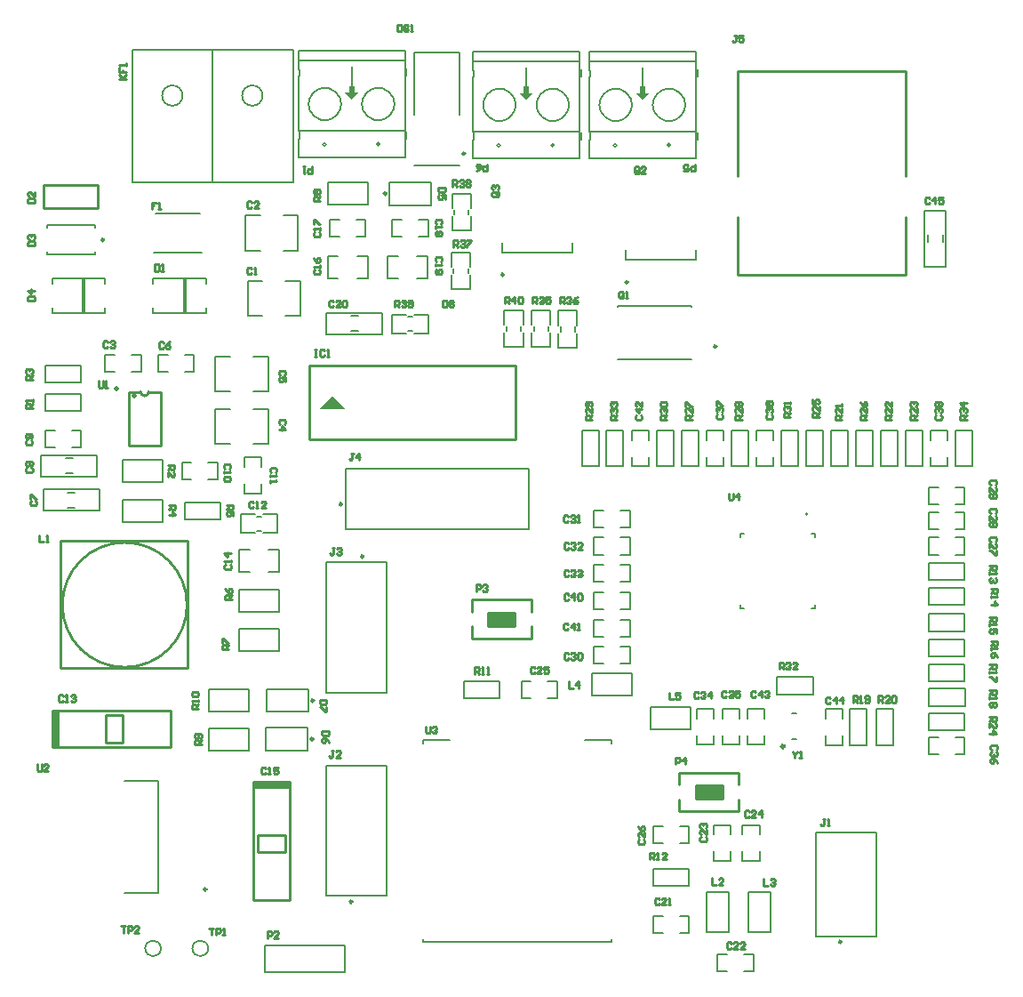
<source format=gbr>
%TF.GenerationSoftware,Altium Limited,Altium Designer,23.0.1 (38)*%
G04 Layer_Color=65535*
%FSLAX45Y45*%
%MOMM*%
%TF.SameCoordinates,E0F799D9-27B4-45C1-BD14-B3F5E9977550*%
%TF.FilePolarity,Positive*%
%TF.FileFunction,Legend,Top*%
%TF.Part,Single*%
G01*
G75*
%TA.AperFunction,NonConductor*%
%ADD64C,0.20000*%
%ADD65C,0.25000*%
%ADD66C,0.20320*%
%ADD67C,0.17780*%
%ADD68C,0.25400*%
%ADD69C,0.15000*%
%ADD70C,0.30000*%
%TA.AperFunction,OtherPad,Pad U1-0 (10.991mm,56.469mm)*%
%ADD71C,0.50000*%
%TA.AperFunction,OtherPad,Pad U1-0 (9.315mm,57.18mm)*%
%ADD72C,0.50000*%
%TA.AperFunction,NonConductor*%
%ADD73C,0.12700*%
%ADD74C,0.17800*%
%ADD75R,2.54000X1.27000*%
%ADD76R,0.30480X3.32740*%
G36*
X2860500Y5521100D02*
X3114500D01*
X2987500Y5648100D01*
X2860500Y5521100D01*
D02*
G37*
G36*
X3171000Y8473220D02*
X3234500Y8536720D01*
X3196400D01*
Y8600220D01*
X3145600D01*
Y8536720D01*
X3107500D01*
X3171000Y8473220D01*
D02*
G37*
G36*
X4833500Y8465720D02*
X4897000Y8529220D01*
X4858900D01*
Y8592720D01*
X4808100D01*
Y8529220D01*
X4770000D01*
X4833500Y8465720D01*
D02*
G37*
G36*
X5941287D02*
X6004787Y8529220D01*
X5966687D01*
Y8592720D01*
X5915887D01*
Y8529220D01*
X5877787D01*
X5941287Y8465720D01*
D02*
G37*
D64*
X7517508Y4525005D02*
G03*
X7517508Y4525005I-10000J0D01*
G01*
X4122400Y7015439D02*
X4302740D01*
X4122400Y6877121D02*
Y7015439D01*
X4302740Y6877121D02*
Y7015439D01*
Y6665437D02*
Y6799620D01*
X4122400Y6665437D02*
X4302740D01*
X4122400D02*
Y6799620D01*
X7595001Y504998D02*
X8170001D01*
Y1494998D01*
X7595001D02*
X8170001D01*
X7595001Y504998D02*
Y1494998D01*
X6951985Y542975D02*
X7163984D01*
X6951985Y924970D02*
X7163984D01*
Y542975D02*
Y924970D01*
X6951985Y542975D02*
Y924970D01*
X6550985Y929803D02*
X6762984D01*
X6550985Y547807D02*
X6762984D01*
X6550985D02*
Y929803D01*
X6762984Y547807D02*
Y929803D01*
X8628400Y6880804D02*
X8681740D01*
X8628400D02*
Y7414204D01*
X8803660Y7111944D02*
Y7183064D01*
X8658880Y7111944D02*
Y7183064D01*
X8628400Y7414204D02*
X8831600D01*
Y6880804D02*
Y7414204D01*
X8681740Y6880804D02*
X8831600D01*
X1083153Y7679959D02*
X2618674D01*
X1083153Y8939799D02*
X2618674D01*
X1845153Y7679959D02*
Y8934872D01*
X2618674Y7679959D02*
Y8861755D01*
Y8939799D01*
X1083153Y7679959D02*
Y8939799D01*
X4128480Y7225000D02*
Y7359183D01*
Y7225000D02*
X4308820D01*
Y7359183D01*
Y7436683D02*
Y7575001D01*
X4128480Y7436683D02*
Y7575001D01*
X4308820D01*
X3766999Y8325103D02*
X3767100Y8325001D01*
Y7842005D02*
X4198900D01*
X3766999Y8325103D02*
Y8919001D01*
X4198997D01*
X4198900Y8325001D02*
X4198997Y8919001D01*
X5272502Y7017325D02*
Y7107327D01*
X4602500Y7017325D02*
X5272502D01*
X4602500D02*
Y7107327D01*
X5785074Y6944995D02*
Y7034997D01*
Y6944995D02*
X6455075D01*
Y7034997D01*
X3119999Y4382501D02*
Y4957501D01*
Y4382501D02*
X4860000D01*
Y4957501D01*
X3119999D02*
X4860000D01*
X2932501Y2824998D02*
X3507501D01*
Y4065001D01*
X2932501D02*
X3507501D01*
X2932501Y2824998D02*
Y4065001D01*
X3930736Y7465781D02*
Y7681681D01*
X3531956D02*
X3930736D01*
X3531956Y7465781D02*
Y7681681D01*
Y7465781D02*
X3930736D01*
X2942346Y7680999D02*
X3324342D01*
X2942346Y7469001D02*
X3324342D01*
Y7680999D01*
X2942346Y7469001D02*
Y7680999D01*
X3895679Y6770822D02*
Y6982821D01*
X3513684Y6770822D02*
Y6982821D01*
X3614679D01*
X3513684Y6770822D02*
X3614679D01*
X3794684D02*
X3895679D01*
X3794684Y6982821D02*
X3895679D01*
X2942346Y6770822D02*
X3043342D01*
X2942346Y6982821D02*
X3043342D01*
X3223346D02*
X3324342D01*
X3223346Y6770822D02*
X3324342D01*
Y6982821D01*
X2942346Y6770822D02*
Y6982821D01*
X3770818Y6243483D02*
X3905001D01*
Y6423823D01*
X3770818D02*
X3905001D01*
X3554999D02*
X3693317D01*
X3554999Y6243483D02*
X3693317D01*
X3554999D02*
Y6423823D01*
X2933299Y6238403D02*
Y6388263D01*
Y6238403D02*
X3466699D01*
Y6441603D01*
X3164439Y6411123D02*
X3235559D01*
X3164439Y6266343D02*
X3235559D01*
X2933299Y6441603D02*
X3466699D01*
X2933299Y6388263D02*
Y6441603D01*
X5709996Y5993498D02*
X6410000D01*
X5709996Y6496997D02*
Y6501498D01*
Y5993498D02*
Y5997999D01*
Y6501498D02*
X6410000D01*
Y6496997D02*
Y6501498D01*
Y5993498D02*
Y5997999D01*
X5140980Y6110000D02*
Y6244184D01*
Y6110000D02*
X5321320D01*
Y6244184D01*
Y6321684D02*
Y6460002D01*
X5140980Y6321684D02*
Y6460002D01*
X5321320D01*
X5066518Y6328374D02*
Y6462558D01*
X4886178D02*
X5066518D01*
X4886178Y6328374D02*
Y6462558D01*
Y6112556D02*
Y6250874D01*
X5066518Y6112556D02*
Y6250874D01*
X4886178Y6112556D02*
X5066518D01*
X1809003Y2275901D02*
X2190999D01*
X1809003Y2487900D02*
X2190999D01*
X1809003Y2275901D02*
Y2487900D01*
X2190999Y2275901D02*
Y2487900D01*
Y2645903D02*
Y2857901D01*
X1809003Y2645903D02*
Y2857901D01*
X2190999D01*
X1809003Y2645903D02*
X2190999D01*
X2359345Y2858582D02*
X2758125D01*
Y2642682D02*
Y2858582D01*
X2359345Y2642682D02*
X2758125D01*
X2359345D02*
Y2858582D01*
X2096460Y3224002D02*
X2478456D01*
X2096460Y3436000D02*
X2478456D01*
X2096460Y3224002D02*
Y3436000D01*
X2478456Y3224002D02*
Y3436000D01*
X2099000Y3805997D02*
X2480996D01*
X2099000Y3593998D02*
X2480996D01*
Y3805997D01*
X2099000Y3593998D02*
Y3805997D01*
Y3974001D02*
Y4186000D01*
X2481001Y3974001D02*
Y4186000D01*
X2380000Y3974001D02*
X2481001D01*
X2380000Y4186000D02*
X2481001D01*
X2099000D02*
X2200001D01*
X2099000Y3974001D02*
X2200001D01*
X2463986Y4344698D02*
Y4522498D01*
X2113466Y4344698D02*
Y4522498D01*
X2329544Y4344698D02*
X2463986D01*
X2113466D02*
X2252048D01*
X2113466Y4522498D02*
X2252048D01*
X2329544D02*
X2463986D01*
X989000Y5039497D02*
X1370995D01*
X989000Y4827499D02*
X1370995D01*
Y5039497D01*
X989000Y4827499D02*
Y5039497D01*
Y4450903D02*
X1370995D01*
X989000Y4662902D02*
X1370995D01*
X989000Y4450903D02*
Y4662902D01*
X1370995Y4450903D02*
Y4662902D01*
X1873428Y5192502D02*
X2014428D01*
X1873428Y5524500D02*
X2014428D01*
X1873428Y5192502D02*
Y5524500D01*
X2375428Y5192502D02*
Y5524500D01*
X2234433D02*
X2375428D01*
X2234433Y5192502D02*
X2375428D01*
X2235713Y5692501D02*
X2376708D01*
X2235713Y6024499D02*
X2376708D01*
Y5692501D02*
Y6024499D01*
X1874708Y5692501D02*
Y6024499D01*
X2015708D01*
X1874708Y5692501D02*
X2015708D01*
X2542520Y6412601D02*
X2683515D01*
X2542520Y6744599D02*
X2683515D01*
Y6412601D02*
Y6744599D01*
X2181520Y6412601D02*
Y6744599D01*
X2322515D01*
X2181520Y6412601D02*
X2322515D01*
X2159005Y7034002D02*
X2300000D01*
X2159005Y7366000D02*
X2300000D01*
X2159005Y7034002D02*
Y7366000D01*
X2661001Y7034002D02*
Y7366000D01*
X2520005D02*
X2661001D01*
X2520005Y7034002D02*
X2661001D01*
X1786722Y6715359D02*
Y6768699D01*
X1281262D02*
X1786722D01*
X1281262Y6715359D02*
Y6768699D01*
Y6441039D02*
Y6489299D01*
Y6441039D02*
X1786722D01*
Y6486759D01*
X274996Y6995003D02*
X724997D01*
X274996Y7275002D02*
X724997D01*
Y6995003D02*
Y7022501D01*
X274996Y6995003D02*
Y7022501D01*
X724997Y7247504D02*
Y7275002D01*
X274996Y7247504D02*
Y7275002D01*
X823839Y6441039D02*
Y6486759D01*
X318379Y6441039D02*
X823839D01*
X318379D02*
Y6489299D01*
Y6715359D02*
Y6768699D01*
X823839D01*
Y6715359D02*
Y6768699D01*
X213824Y4881901D02*
Y5031761D01*
Y4881901D02*
X747224D01*
Y5085101D01*
X444964Y5054621D02*
X516084D01*
X444964Y4909841D02*
X516084D01*
X213824Y5085101D02*
X747224D01*
X213824Y5031761D02*
Y5085101D01*
X233298Y4556906D02*
Y4706766D01*
Y4556906D02*
X766698D01*
Y4760106D01*
X464438Y4729626D02*
X535558D01*
X464438Y4584846D02*
X535558D01*
X233298Y4760106D02*
X766698D01*
X233298Y4706766D02*
Y4760106D01*
X1011326Y1983402D02*
X1332601D01*
Y916602D02*
Y1983402D01*
X1011326Y916602D02*
X1332601D01*
X2349002Y163002D02*
Y417002D01*
X3111002D01*
Y163002D02*
Y417002D01*
X2349002Y163002D02*
X3111002D01*
X2349002D02*
Y417002D01*
X2932501Y2129998D02*
X3507501D01*
X2932501Y890001D02*
Y2129998D01*
Y890001D02*
X3507501D01*
Y2129998D01*
X6018799Y2477480D02*
X6400795D01*
X6018799Y2689479D02*
X6400795D01*
X6018799Y2477480D02*
Y2689479D01*
X6400795Y2477480D02*
Y2689479D01*
X5458917Y2794071D02*
Y3006070D01*
X5840913Y2794071D02*
Y3006070D01*
X5458917Y2794071D02*
X5840913D01*
X5458917Y3006070D02*
X5840913D01*
X4625680Y6112556D02*
X4806020D01*
Y6250874D01*
X4625680Y6112556D02*
Y6250874D01*
Y6328374D02*
Y6462558D01*
X4806020D01*
Y6328374D02*
Y6462558D01*
X2354341Y2491120D02*
X2753121D01*
Y2275220D02*
Y2491120D01*
X2354341Y2275220D02*
X2753121D01*
X2354341D02*
Y2491120D01*
D65*
X7837500Y452500D02*
G03*
X7837500Y452500I-12500J0D01*
G01*
X4252499Y7956003D02*
G03*
X4252499Y7956003I-12500J0D01*
G01*
X4622000Y6802324D02*
G03*
X4622000Y6802324I-12500J0D01*
G01*
X5804574Y6729998D02*
G03*
X5804574Y6729998I-12500J0D01*
G01*
X3080000Y4617500D02*
G03*
X3080000Y4617500I-12500J0D01*
G01*
X3284999Y4120000D02*
G03*
X3284999Y4120000I-12500J0D01*
G01*
X6647500Y6120500D02*
G03*
X6647500Y6120500I-12500J0D01*
G01*
X812500Y7135000D02*
G03*
X812500Y7135000I-12500J0D01*
G01*
X1789315Y951600D02*
G03*
X1789315Y951600I-12500J0D01*
G01*
X3179999Y835000D02*
G03*
X3179999Y835000I-12500J0D01*
G01*
X6850004Y7737496D02*
Y8742000D01*
X6850009D02*
X8450001D01*
Y6802009D02*
Y7352503D01*
X6850009Y6802004D02*
X8450001D01*
X6850004D02*
Y7352498D01*
X8450001Y7737496D02*
Y8742000D01*
D66*
X1560873Y8508000D02*
G03*
X1560873Y8508000I-96720J0D01*
G01*
X2322873D02*
G03*
X2322873Y8508000I-96720J0D01*
G01*
D67*
X3326367Y8310080D02*
G03*
X3323120Y8312885I98633J117420D01*
G01*
X2928184Y8041420D02*
G03*
X2928184Y8041420I-16264J0D01*
G01*
X3441264Y8043960D02*
G03*
X3441264Y8043960I-16264J0D01*
G01*
X2818592Y8309891D02*
G03*
X2815120Y8312885I98408J117609D01*
G01*
X6096653Y8302580D02*
G03*
X6093407Y8305385I98633J117420D01*
G01*
X5698470Y8033920D02*
G03*
X5698470Y8033920I-16264J0D01*
G01*
X6211550Y8036460D02*
G03*
X6211550Y8036460I-16264J0D01*
G01*
X5588879Y8302391D02*
G03*
X5585407Y8305385I98408J117609D01*
G01*
X4481092Y8302391D02*
G03*
X4477620Y8305385I98408J117609D01*
G01*
X5103764Y8036460D02*
G03*
X5103764Y8036460I-16264J0D01*
G01*
X4590684Y8033920D02*
G03*
X4590684Y8033920I-16264J0D01*
G01*
X4988867Y8302580D02*
G03*
X4985620Y8305385I98633J117420D01*
G01*
X4281419Y6817162D02*
Y6862882D01*
X4144259Y6817162D02*
Y6862882D01*
X4150340Y7376724D02*
Y7422444D01*
X4287500Y7376724D02*
Y7422444D01*
X2663002Y8935502D02*
X3679002D01*
X3694242Y8694202D02*
Y8762782D01*
X2663002Y8173502D02*
X3673922D01*
X3679002Y8300502D02*
Y8935502D01*
X2663002Y7919502D02*
X3679002D01*
Y8300502D01*
X3694242Y8099842D02*
Y8163342D01*
X3171002Y8506242D02*
Y8785642D01*
X2663002Y8844062D02*
X3679002D01*
X2675702Y8094762D02*
Y8163342D01*
X2663002Y8094762D02*
X2675702D01*
X2663002Y7919502D02*
Y8094762D01*
X2675702Y8694202D02*
Y8757702D01*
X5433289Y8927998D02*
X6449289D01*
X6464529Y8686698D02*
Y8755278D01*
X5433289Y8165998D02*
X6444209D01*
X6449289Y8292998D02*
Y8927998D01*
X5433289Y7911998D02*
X6449289D01*
Y8292998D01*
X6464529Y8092338D02*
Y8155838D01*
X5941289Y8498738D02*
Y8778138D01*
X5433289Y8836558D02*
X6449289D01*
X5445989Y8087258D02*
Y8155838D01*
X5433289Y8087258D02*
X5445989D01*
X5433289Y7911998D02*
Y8087258D01*
X5445989Y8686698D02*
Y8750198D01*
X4338198Y8686698D02*
Y8750198D01*
X4325498Y7911998D02*
Y8087258D01*
X4338198D01*
Y8155838D01*
X4325498Y8836558D02*
X5341498D01*
X4833498Y8498738D02*
Y8778138D01*
X5356738Y8092338D02*
Y8155838D01*
X5341498Y7911998D02*
Y8292998D01*
X4325498Y7911998D02*
X5341498D01*
Y8292998D02*
Y8927998D01*
X4325498Y8165998D02*
X5336418D01*
X5356738Y8686698D02*
Y8755278D01*
X4325498Y8927998D02*
X5341498D01*
X3707557Y6265342D02*
X3753277D01*
X3707557Y6402502D02*
X3753277D01*
X5162840Y6261725D02*
Y6307445D01*
X5300000Y6261725D02*
Y6307445D01*
X5044658Y6265113D02*
Y6310833D01*
X4907498Y6265113D02*
Y6310833D01*
X2266288Y4364677D02*
X2312008D01*
X2266288Y4501837D02*
X2312008D01*
X4647001Y6265113D02*
Y6310833D01*
X4784161Y6265113D02*
Y6310833D01*
D68*
X3504999Y7575000D02*
G03*
X3504999Y7575000I-13678J0D01*
G01*
X2812440Y2749359D02*
G03*
X2812440Y2749359I-13678J0D01*
G01*
X1162612Y5687500D02*
G03*
X1238812Y5687500I38100J0D01*
G01*
X1604136Y3660003D02*
G03*
X1604136Y3660003I-594138J0D01*
G01*
X2807437Y2381899D02*
G03*
X2807437Y2381899I-13678J0D01*
G01*
X6293145Y1949922D02*
Y2064222D01*
Y1693382D02*
Y1807682D01*
Y1693382D02*
X6857025D01*
X6293145Y2064222D02*
X6857025D01*
X6448085Y1942302D02*
X6702085D01*
Y1815302D02*
Y1942302D01*
X6448085Y1815302D02*
X6702085D01*
X6448085D02*
Y1942302D01*
X6857025Y1949922D02*
Y2064222D01*
Y1693382D02*
Y1807682D01*
X2766522Y5231541D02*
Y5914801D01*
Y5231541D02*
X4729942D01*
X2766522Y5940201D02*
X4729942D01*
X2766522Y5914801D02*
Y5940201D01*
X4729942Y5231541D02*
Y5940201D01*
X4881941Y3339501D02*
Y3453801D01*
Y3596041D02*
Y3710341D01*
X4473001Y3461421D02*
Y3588421D01*
Y3461421D02*
X4727001D01*
Y3588421D01*
X4473001D02*
X4727001D01*
X4318061Y3710341D02*
X4881941D01*
X4318061Y3339501D02*
X4881941D01*
X4318061D02*
Y3453801D01*
Y3596041D02*
Y3710341D01*
X1048314Y5179502D02*
Y5687502D01*
Y5179502D02*
X1353114D01*
Y5687502D01*
X1238814D02*
X1353114D01*
X1048314D02*
X1162614D01*
X750971Y7443323D02*
Y7659223D01*
X237891D02*
X408071D01*
X237891Y7438243D02*
X750971D01*
X237891D02*
Y7659223D01*
X408071D02*
X750971D01*
X1609999Y3060004D02*
Y4270004D01*
X690001D02*
X1609999D01*
X399999D02*
X690001D01*
X399999Y3060004D02*
Y4270004D01*
Y3060004D02*
X1609999D01*
X826181Y2347920D02*
Y2607000D01*
Y2347920D02*
X991281D01*
Y2607000D01*
X826181D02*
X991281D01*
X353741Y2655001D02*
X1448481D01*
Y2304999D02*
Y2655001D01*
X353741Y2304999D02*
X1448481D01*
X371521D02*
Y2655001D01*
X348661Y2304999D02*
Y2655001D01*
X323261Y2304999D02*
Y2655001D01*
Y2655260D02*
X353741D01*
X323261Y2304740D02*
X361361D01*
X2234738Y1933641D02*
Y1971741D01*
X2585258Y1941261D02*
Y1971741D01*
X2234997D02*
X2584999D01*
X2234997Y1946341D02*
X2584999D01*
X2234997Y1923481D02*
X2584999D01*
X2234997Y846521D02*
Y1941261D01*
Y846521D02*
X2584999D01*
Y1941261D01*
X2536998Y1303721D02*
Y1468821D01*
X2277918Y1303721D02*
X2536998D01*
X2277918D02*
Y1468821D01*
X2536998D01*
X6839420Y9081740D02*
X6818260D01*
X6828840D01*
Y9028840D01*
X6818260Y9018260D01*
X6807680D01*
X6797100Y9028840D01*
X6902900Y9081740D02*
X6860580D01*
Y9050000D01*
X6881740Y9060580D01*
X6892320D01*
X6902900Y9050000D01*
Y9028840D01*
X6892320Y9018260D01*
X6871160D01*
X6860580Y9028840D01*
X6761600Y4721740D02*
Y4668841D01*
X6772180Y4658261D01*
X6793340D01*
X6803920Y4668841D01*
Y4721740D01*
X6856820Y4658261D02*
Y4721740D01*
X6825080Y4690001D01*
X6867400D01*
X4462899Y7855742D02*
Y7792263D01*
X4431159D01*
X4420579Y7802843D01*
Y7824002D01*
X4431159Y7834583D01*
X4462899D01*
X4357100Y7792263D02*
X4378260Y7802843D01*
X4399420Y7824002D01*
Y7845162D01*
X4388840Y7855742D01*
X4367680D01*
X4357100Y7845162D01*
Y7834583D01*
X4367680Y7824002D01*
X4399420D01*
X3605941Y9181740D02*
Y9118261D01*
X3637681D01*
X3648260Y9128841D01*
Y9171160D01*
X3637681Y9181740D01*
X3605941D01*
X3711740Y9171160D02*
X3701160Y9181740D01*
X3680000D01*
X3669420Y9171160D01*
Y9160580D01*
X3680000Y9150000D01*
X3701160D01*
X3711740Y9139420D01*
Y9128841D01*
X3701160Y9118261D01*
X3680000D01*
X3669420Y9128841D01*
X3732900Y9118261D02*
X3754059D01*
X3743479D01*
Y9181740D01*
X3732900Y9171160D01*
X7373010Y2266005D02*
Y2255425D01*
X7394170Y2234266D01*
X7415330Y2255425D01*
Y2266005D01*
X7394170Y2234266D02*
Y2202526D01*
X7436490D02*
X7457649D01*
X7447069D01*
Y2266005D01*
X7436490Y2255425D01*
X3877100Y2501740D02*
Y2448840D01*
X3887680Y2438261D01*
X3908840D01*
X3919420Y2448840D01*
Y2501740D01*
X3940580Y2491160D02*
X3951160Y2501740D01*
X3972320D01*
X3982900Y2491160D01*
Y2480580D01*
X3972320Y2470000D01*
X3961740D01*
X3972320D01*
X3982900Y2459420D01*
Y2448840D01*
X3972320Y2438261D01*
X3951160D01*
X3940580Y2448840D01*
X177101Y2141740D02*
Y2088840D01*
X187681Y2078261D01*
X208841D01*
X219420Y2088840D01*
Y2141740D01*
X282900Y2078261D02*
X240580D01*
X282900Y2120580D01*
Y2131160D01*
X272320Y2141740D01*
X251160D01*
X240580Y2131160D01*
X758395Y5790240D02*
Y5737340D01*
X768975Y5726760D01*
X790135D01*
X800715Y5737340D01*
Y5790240D01*
X821875Y5726760D02*
X843034D01*
X832455D01*
Y5790240D01*
X821875Y5779660D01*
X975361Y601740D02*
X1017680D01*
X996520D01*
Y538261D01*
X1038840D02*
Y601740D01*
X1070580D01*
X1081160Y591160D01*
Y570000D01*
X1070580Y559420D01*
X1038840D01*
X1144639Y538261D02*
X1102320D01*
X1144639Y580580D01*
Y591160D01*
X1134059Y601740D01*
X1112899D01*
X1102320Y591160D01*
X1815256Y581740D02*
X1857575D01*
X1836415D01*
Y518260D01*
X1878735D02*
Y581740D01*
X1910475D01*
X1921055Y571160D01*
Y550000D01*
X1910475Y539420D01*
X1878735D01*
X1942215Y518260D02*
X1963374D01*
X1952794D01*
Y581740D01*
X1942215Y571160D01*
X4630942Y6528261D02*
Y6591740D01*
X4662682D01*
X4673262Y6581160D01*
Y6560000D01*
X4662682Y6549420D01*
X4630942D01*
X4652102D02*
X4673262Y6528261D01*
X4726161D02*
Y6591740D01*
X4694421Y6560000D01*
X4736741D01*
X4757901Y6581160D02*
X4768481Y6591740D01*
X4789641D01*
X4800221Y6581160D01*
Y6538840D01*
X4789641Y6528261D01*
X4768481D01*
X4757901Y6538840D01*
Y6581160D01*
X4134281Y7641438D02*
Y7704918D01*
X4166020D01*
X4176600Y7694338D01*
Y7673178D01*
X4166020Y7662598D01*
X4134281D01*
X4155440D02*
X4176600Y7641438D01*
X4197760Y7694338D02*
X4208340Y7704918D01*
X4229500D01*
X4240080Y7694338D01*
Y7683758D01*
X4229500Y7673178D01*
X4218920D01*
X4229500D01*
X4240080Y7662598D01*
Y7652018D01*
X4229500Y7641438D01*
X4208340D01*
X4197760Y7652018D01*
X4261239Y7694338D02*
X4271819Y7704918D01*
X4292979D01*
X4303559Y7694338D01*
Y7683758D01*
X4292979Y7673178D01*
X4303559Y7662598D01*
Y7652018D01*
X4292979Y7641438D01*
X4271819D01*
X4261239Y7652018D01*
Y7662598D01*
X4271819Y7673178D01*
X4261239Y7683758D01*
Y7694338D01*
X4271819Y7673178D02*
X4292979D01*
X3581942Y6495761D02*
Y6559240D01*
X3613682D01*
X3624262Y6548660D01*
Y6527501D01*
X3613682Y6516920D01*
X3581942D01*
X3603102D02*
X3624262Y6495761D01*
X3645422Y6548660D02*
X3656002Y6559240D01*
X3677162D01*
X3687741Y6548660D01*
Y6538080D01*
X3677162Y6527501D01*
X3666581D01*
X3677162D01*
X3687741Y6516920D01*
Y6506341D01*
X3677162Y6495761D01*
X3656002D01*
X3645422Y6506341D01*
X3708901D02*
X3719481Y6495761D01*
X3740641D01*
X3751221Y6506341D01*
Y6548660D01*
X3740641Y6559240D01*
X3719481D01*
X3708901Y6548660D01*
Y6538080D01*
X3719481Y6527501D01*
X3751221D01*
X4144281Y7068404D02*
Y7131883D01*
X4176020D01*
X4186600Y7121303D01*
Y7100144D01*
X4176020Y7089563D01*
X4144281D01*
X4165440D02*
X4186600Y7068404D01*
X4207760Y7121303D02*
X4218340Y7131883D01*
X4239500D01*
X4250080Y7121303D01*
Y7110723D01*
X4239500Y7100144D01*
X4228920D01*
X4239500D01*
X4250080Y7089563D01*
Y7078984D01*
X4239500Y7068404D01*
X4218340D01*
X4207760Y7078984D01*
X4271239Y7131883D02*
X4313559D01*
Y7121303D01*
X4271239Y7078984D01*
Y7068404D01*
X5155361Y6528261D02*
Y6591740D01*
X5187101D01*
X5197681Y6581160D01*
Y6560000D01*
X5187101Y6549420D01*
X5155361D01*
X5176521D02*
X5197681Y6528261D01*
X5218840Y6581160D02*
X5229420Y6591740D01*
X5250580D01*
X5261160Y6581160D01*
Y6570580D01*
X5250580Y6560000D01*
X5240000D01*
X5250580D01*
X5261160Y6549420D01*
Y6538840D01*
X5250580Y6528261D01*
X5229420D01*
X5218840Y6538840D01*
X5324640Y6591740D02*
X5303480Y6581160D01*
X5282320Y6560000D01*
Y6538840D01*
X5292900Y6528261D01*
X5314060D01*
X5324640Y6538840D01*
Y6549420D01*
X5314060Y6560000D01*
X5282320D01*
X4895361Y6528261D02*
Y6591740D01*
X4927101D01*
X4937681Y6581160D01*
Y6560000D01*
X4927101Y6549420D01*
X4895361D01*
X4916521D02*
X4937681Y6528261D01*
X4958840Y6581160D02*
X4969420Y6591740D01*
X4990580D01*
X5001160Y6581160D01*
Y6570580D01*
X4990580Y6560000D01*
X4980000D01*
X4990580D01*
X5001160Y6549420D01*
Y6538840D01*
X4990580Y6528261D01*
X4969420D01*
X4958840Y6538840D01*
X5064640Y6591740D02*
X5022320D01*
Y6560000D01*
X5043480Y6570580D01*
X5054060D01*
X5064640Y6560000D01*
Y6538840D01*
X5054060Y6528261D01*
X5032900D01*
X5022320Y6538840D01*
X9031736Y5425361D02*
X8968257D01*
Y5457101D01*
X8978837Y5467680D01*
X8999996D01*
X9010577Y5457101D01*
Y5425361D01*
Y5446520D02*
X9031736Y5467680D01*
X8978837Y5488840D02*
X8968257Y5499420D01*
Y5520580D01*
X8978837Y5531160D01*
X8989417D01*
X8999996Y5520580D01*
Y5510000D01*
Y5520580D01*
X9010577Y5531160D01*
X9021156D01*
X9031736Y5520580D01*
Y5499420D01*
X9021156Y5488840D01*
X9031736Y5584059D02*
X8968257D01*
X8999996Y5552320D01*
Y5594639D01*
X5699739Y5425361D02*
X5636260D01*
Y5457101D01*
X5646840Y5467680D01*
X5668000D01*
X5678580Y5457101D01*
Y5425361D01*
Y5446520D02*
X5699739Y5467680D01*
X5646840Y5488840D02*
X5636260Y5499420D01*
Y5520580D01*
X5646840Y5531160D01*
X5657420D01*
X5668000Y5520580D01*
Y5510000D01*
Y5520580D01*
X5678580Y5531160D01*
X5689160D01*
X5699739Y5520580D01*
Y5499420D01*
X5689160Y5488840D01*
X5646840Y5552320D02*
X5636260Y5562899D01*
Y5584059D01*
X5646840Y5594639D01*
X5657420D01*
X5668000Y5584059D01*
Y5573479D01*
Y5584059D01*
X5678580Y5594639D01*
X5689160D01*
X5699739Y5584059D01*
Y5562899D01*
X5689160Y5552320D01*
X7245361Y3048261D02*
Y3111740D01*
X7277101D01*
X7287681Y3101160D01*
Y3080000D01*
X7277101Y3069420D01*
X7245361D01*
X7266521D02*
X7287681Y3048261D01*
X7308841Y3101160D02*
X7319420Y3111740D01*
X7340580D01*
X7351160Y3101160D01*
Y3090580D01*
X7340580Y3080000D01*
X7330000D01*
X7340580D01*
X7351160Y3069420D01*
Y3058840D01*
X7340580Y3048261D01*
X7319420D01*
X7308841Y3058840D01*
X7414640Y3048261D02*
X7372320D01*
X7414640Y3090580D01*
Y3101160D01*
X7404060Y3111740D01*
X7382900D01*
X7372320Y3101160D01*
X7351400Y5443441D02*
X7287920D01*
Y5475181D01*
X7298500Y5485761D01*
X7319660D01*
X7330240Y5475181D01*
Y5443441D01*
Y5464601D02*
X7351400Y5485761D01*
X7298500Y5506920D02*
X7287920Y5517500D01*
Y5538660D01*
X7298500Y5549240D01*
X7309080D01*
X7319660Y5538660D01*
Y5528080D01*
Y5538660D01*
X7330240Y5549240D01*
X7340820D01*
X7351400Y5538660D01*
Y5517500D01*
X7340820Y5506920D01*
X7351400Y5570400D02*
Y5591560D01*
Y5580980D01*
X7287920D01*
X7298500Y5570400D01*
X6175739Y5425361D02*
X6112260D01*
Y5457101D01*
X6122839Y5467680D01*
X6143999D01*
X6154579Y5457101D01*
Y5425361D01*
Y5446520D02*
X6175739Y5467680D01*
X6122839Y5488840D02*
X6112260Y5499420D01*
Y5520580D01*
X6122839Y5531160D01*
X6133419D01*
X6143999Y5520580D01*
Y5510000D01*
Y5520580D01*
X6154579Y5531160D01*
X6165159D01*
X6175739Y5520580D01*
Y5499420D01*
X6165159Y5488840D01*
X6122839Y5552320D02*
X6112260Y5562899D01*
Y5584059D01*
X6122839Y5594639D01*
X6165159D01*
X6175739Y5584059D01*
Y5562899D01*
X6165159Y5552320D01*
X6122839D01*
X5461740Y5425361D02*
X5398260D01*
Y5457101D01*
X5408840Y5467680D01*
X5430000D01*
X5440580Y5457101D01*
Y5425361D01*
Y5446520D02*
X5461740Y5467680D01*
Y5531160D02*
Y5488840D01*
X5419420Y5531160D01*
X5408840D01*
X5398260Y5520580D01*
Y5499420D01*
X5408840Y5488840D01*
X5451160Y5552320D02*
X5461740Y5562899D01*
Y5584059D01*
X5451160Y5594639D01*
X5408840D01*
X5398260Y5584059D01*
Y5562899D01*
X5408840Y5552320D01*
X5419420D01*
X5430000Y5562899D01*
Y5594639D01*
X6889738Y5425361D02*
X6826259D01*
Y5457101D01*
X6836839Y5467680D01*
X6857998D01*
X6868579Y5457101D01*
Y5425361D01*
Y5446520D02*
X6889738Y5467680D01*
Y5531160D02*
Y5488840D01*
X6847419Y5531160D01*
X6836839D01*
X6826259Y5520580D01*
Y5499420D01*
X6836839Y5488840D01*
Y5552320D02*
X6826259Y5562899D01*
Y5584059D01*
X6836839Y5594639D01*
X6847419D01*
X6857998Y5584059D01*
X6868579Y5594639D01*
X6879158D01*
X6889738Y5584059D01*
Y5562899D01*
X6879158Y5552320D01*
X6868579D01*
X6857998Y5562899D01*
X6847419Y5552320D01*
X6836839D01*
X6857998Y5562899D02*
Y5584059D01*
X6413739Y5425361D02*
X6350259D01*
Y5457101D01*
X6360839Y5467680D01*
X6381999D01*
X6392579Y5457101D01*
Y5425361D01*
Y5446520D02*
X6413739Y5467680D01*
Y5531160D02*
Y5488840D01*
X6371419Y5531160D01*
X6360839D01*
X6350259Y5520580D01*
Y5499420D01*
X6360839Y5488840D01*
X6350259Y5552320D02*
Y5594639D01*
X6360839D01*
X6403159Y5552320D01*
X6413739D01*
X8079737Y5425361D02*
X8016258D01*
Y5457101D01*
X8026838Y5467680D01*
X8047997D01*
X8058577Y5457101D01*
Y5425361D01*
Y5446520D02*
X8079737Y5467680D01*
Y5531160D02*
Y5488840D01*
X8037418Y5531160D01*
X8026838D01*
X8016258Y5520580D01*
Y5499420D01*
X8026838Y5488840D01*
X8016258Y5594639D02*
X8026838Y5573479D01*
X8047997Y5552320D01*
X8069157D01*
X8079737Y5562899D01*
Y5584059D01*
X8069157Y5594639D01*
X8058577D01*
X8047997Y5584059D01*
Y5552320D01*
X7626318Y5444099D02*
X7562839D01*
Y5475838D01*
X7573419Y5486418D01*
X7594578D01*
X7605159Y5475838D01*
Y5444099D01*
Y5465258D02*
X7626318Y5486418D01*
Y5549898D02*
Y5507578D01*
X7583999Y5549898D01*
X7573419D01*
X7562839Y5539318D01*
Y5518158D01*
X7573419Y5507578D01*
X7562839Y5613377D02*
Y5571057D01*
X7594578D01*
X7583999Y5592217D01*
Y5602797D01*
X7594578Y5613377D01*
X7615738D01*
X7626318Y5602797D01*
Y5581637D01*
X7615738Y5571057D01*
X9248261Y2594647D02*
X9311740D01*
Y2562907D01*
X9301160Y2552327D01*
X9280000D01*
X9269420Y2562907D01*
Y2594647D01*
Y2573487D02*
X9248261Y2552327D01*
Y2488848D02*
Y2531167D01*
X9290580Y2488848D01*
X9301160D01*
X9311740Y2499428D01*
Y2520588D01*
X9301160Y2531167D01*
X9248261Y2435948D02*
X9311740D01*
X9280000Y2467688D01*
Y2425368D01*
X8555737Y5425361D02*
X8492257D01*
Y5457101D01*
X8502837Y5467680D01*
X8523997D01*
X8534577Y5457101D01*
Y5425361D01*
Y5446520D02*
X8555737Y5467680D01*
Y5531160D02*
Y5488840D01*
X8513417Y5531160D01*
X8502837D01*
X8492257Y5520580D01*
Y5499420D01*
X8502837Y5488840D01*
Y5552320D02*
X8492257Y5562899D01*
Y5584059D01*
X8502837Y5594639D01*
X8513417D01*
X8523997Y5584059D01*
Y5573479D01*
Y5584059D01*
X8534577Y5594639D01*
X8545157D01*
X8555737Y5584059D01*
Y5562899D01*
X8545157Y5552320D01*
X8317737Y5425361D02*
X8254258D01*
Y5457101D01*
X8264837Y5467680D01*
X8285997D01*
X8296577Y5457101D01*
Y5425361D01*
Y5446520D02*
X8317737Y5467680D01*
Y5531160D02*
Y5488840D01*
X8275417Y5531160D01*
X8264837D01*
X8254258Y5520580D01*
Y5499420D01*
X8264837Y5488840D01*
X8317737Y5594639D02*
Y5552320D01*
X8275417Y5594639D01*
X8264837D01*
X8254258Y5584059D01*
Y5562899D01*
X8264837Y5552320D01*
X7841737Y5423245D02*
X7778258D01*
Y5454985D01*
X7788838Y5465565D01*
X7809998D01*
X7820578Y5454985D01*
Y5423245D01*
Y5444405D02*
X7841737Y5465565D01*
Y5529044D02*
Y5486724D01*
X7799418Y5529044D01*
X7788838D01*
X7778258Y5518464D01*
Y5497304D01*
X7788838Y5486724D01*
X7841737Y5550204D02*
Y5571364D01*
Y5560784D01*
X7778258D01*
X7788838Y5550204D01*
X8190762Y2731261D02*
Y2794741D01*
X8222502D01*
X8233082Y2784161D01*
Y2763001D01*
X8222502Y2752421D01*
X8190762D01*
X8211922D02*
X8233082Y2731261D01*
X8296561D02*
X8254242D01*
X8296561Y2773581D01*
Y2784161D01*
X8285981Y2794741D01*
X8264821D01*
X8254242Y2784161D01*
X8317721D02*
X8328301Y2794741D01*
X8349461D01*
X8360041Y2784161D01*
Y2741841D01*
X8349461Y2731261D01*
X8328301D01*
X8317721Y2741841D01*
Y2784161D01*
X7946050Y2730663D02*
Y2794142D01*
X7977790D01*
X7988370Y2783562D01*
Y2762403D01*
X7977790Y2751823D01*
X7946050D01*
X7967210D02*
X7988370Y2730663D01*
X8009529D02*
X8030689D01*
X8020109D01*
Y2794142D01*
X8009529Y2783562D01*
X8062429Y2741243D02*
X8073009Y2730663D01*
X8094169D01*
X8104749Y2741243D01*
Y2783562D01*
X8094169Y2794142D01*
X8073009D01*
X8062429Y2783562D01*
Y2772983D01*
X8073009Y2762403D01*
X8104749D01*
X9248260Y2848477D02*
X9311740D01*
Y2816737D01*
X9301160Y2806157D01*
X9280000D01*
X9269420Y2816737D01*
Y2848477D01*
Y2827317D02*
X9248260Y2806157D01*
Y2784997D02*
Y2763838D01*
Y2774418D01*
X9311740D01*
X9301160Y2784997D01*
Y2732098D02*
X9311740Y2721518D01*
Y2700358D01*
X9301160Y2689778D01*
X9290580D01*
X9280000Y2700358D01*
X9269420Y2689778D01*
X9258840D01*
X9248260Y2700358D01*
Y2721518D01*
X9258840Y2732098D01*
X9269420D01*
X9280000Y2721518D01*
X9290580Y2732098D01*
X9301160D01*
X9280000Y2721518D02*
Y2700358D01*
X9248260Y3089351D02*
X9311740D01*
Y3057611D01*
X9301160Y3047031D01*
X9280000D01*
X9269420Y3057611D01*
Y3089351D01*
Y3068191D02*
X9248260Y3047031D01*
Y3025871D02*
Y3004712D01*
Y3015291D01*
X9311740D01*
X9301160Y3025871D01*
X9311740Y2972972D02*
Y2930652D01*
X9301160D01*
X9258840Y2972972D01*
X9248260D01*
X9260999Y3316849D02*
X9324478D01*
Y3285109D01*
X9313899Y3274529D01*
X9292739D01*
X9282159Y3285109D01*
Y3316849D01*
Y3295689D02*
X9260999Y3274529D01*
Y3253370D02*
Y3232210D01*
Y3242790D01*
X9324478D01*
X9313899Y3253370D01*
X9324478Y3158150D02*
X9313899Y3179310D01*
X9292739Y3200470D01*
X9271579D01*
X9260999Y3189890D01*
Y3168730D01*
X9271579Y3158150D01*
X9282159D01*
X9292739Y3168730D01*
Y3200470D01*
X9248260Y3544905D02*
X9311740D01*
Y3513165D01*
X9301160Y3502585D01*
X9280000D01*
X9269420Y3513165D01*
Y3544905D01*
Y3523745D02*
X9248260Y3502585D01*
Y3481425D02*
Y3460266D01*
Y3470845D01*
X9311740D01*
X9301160Y3481425D01*
X9311740Y3386206D02*
Y3428526D01*
X9280000D01*
X9290580Y3407366D01*
Y3396786D01*
X9280000Y3386206D01*
X9258840D01*
X9248260Y3396786D01*
Y3417946D01*
X9258840Y3428526D01*
X9260999Y3809349D02*
X9324478D01*
Y3777609D01*
X9313899Y3767029D01*
X9292739D01*
X9282159Y3777609D01*
Y3809349D01*
Y3788189D02*
X9260999Y3767029D01*
Y3745870D02*
Y3724710D01*
Y3735290D01*
X9324478D01*
X9313899Y3745870D01*
X9260999Y3661230D02*
X9324478D01*
X9292739Y3692970D01*
Y3650650D01*
X9248260Y4033951D02*
X9311740D01*
Y4002211D01*
X9301160Y3991632D01*
X9280000D01*
X9269420Y4002211D01*
Y4033951D01*
Y4012792D02*
X9248260Y3991632D01*
Y3970472D02*
Y3949312D01*
Y3959892D01*
X9311740D01*
X9301160Y3970472D01*
Y3917572D02*
X9311740Y3906992D01*
Y3885832D01*
X9301160Y3875253D01*
X9290580D01*
X9280000Y3885832D01*
Y3896413D01*
Y3885832D01*
X9269420Y3875253D01*
X9258840D01*
X9248260Y3885832D01*
Y3906992D01*
X9258840Y3917572D01*
X6010651Y1238260D02*
Y1301740D01*
X6042391D01*
X6052971Y1291160D01*
Y1270000D01*
X6042391Y1259420D01*
X6010651D01*
X6031811D02*
X6052971Y1238260D01*
X6074130D02*
X6095290D01*
X6084710D01*
Y1301740D01*
X6074130Y1291160D01*
X6169350Y1238260D02*
X6127030D01*
X6169350Y1280580D01*
Y1291160D01*
X6158770Y1301740D01*
X6137610D01*
X6127030Y1291160D01*
X4343897Y3003905D02*
Y3067384D01*
X4375636D01*
X4386216Y3056804D01*
Y3035645D01*
X4375636Y3025065D01*
X4343897D01*
X4365056D02*
X4386216Y3003905D01*
X4407376D02*
X4428536D01*
X4417956D01*
Y3067384D01*
X4407376Y3056804D01*
X4460276Y3003905D02*
X4481435D01*
X4470855D01*
Y3067384D01*
X4460276Y3056804D01*
X1711739Y2672553D02*
X1648260D01*
Y2704293D01*
X1658840Y2714873D01*
X1679999D01*
X1690580Y2704293D01*
Y2672553D01*
Y2693713D02*
X1711739Y2714873D01*
Y2736032D02*
Y2757192D01*
Y2746612D01*
X1648260D01*
X1658840Y2736032D01*
Y2788932D02*
X1648260Y2799512D01*
Y2820672D01*
X1658840Y2831252D01*
X1701159D01*
X1711739Y2820672D01*
Y2799512D01*
X1701159Y2788932D01*
X1658840D01*
X1741740Y2329001D02*
X1678260D01*
Y2360741D01*
X1688840Y2371320D01*
X1710000D01*
X1720580Y2360741D01*
Y2329001D01*
Y2350160D02*
X1741740Y2371320D01*
X1731160Y2392480D02*
X1741740Y2403060D01*
Y2424220D01*
X1731160Y2434800D01*
X1688840D01*
X1678260Y2424220D01*
Y2403060D01*
X1688840Y2392480D01*
X1699420D01*
X1710000Y2403060D01*
Y2434800D01*
X2871740Y7507101D02*
X2808260D01*
Y7538840D01*
X2818840Y7549420D01*
X2840000D01*
X2850580Y7538840D01*
Y7507101D01*
Y7528260D02*
X2871740Y7549420D01*
X2818840Y7570580D02*
X2808260Y7581160D01*
Y7602320D01*
X2818840Y7612900D01*
X2829420D01*
X2840000Y7602320D01*
X2850580Y7612900D01*
X2861160D01*
X2871740Y7602320D01*
Y7581160D01*
X2861160Y7570580D01*
X2850580D01*
X2840000Y7581160D01*
X2829420Y7570580D01*
X2818840D01*
X2840000Y7581160D02*
Y7602320D01*
X2001740Y3237100D02*
X1938260D01*
Y3268840D01*
X1948840Y3279420D01*
X1970000D01*
X1980580Y3268840D01*
Y3237100D01*
Y3258260D02*
X2001740Y3279420D01*
X1938260Y3300580D02*
Y3342900D01*
X1948840D01*
X1991160Y3300580D01*
X2001740D01*
X2031739Y3709577D02*
X1968260D01*
Y3741317D01*
X1978840Y3751897D01*
X2000000D01*
X2010580Y3741317D01*
Y3709577D01*
Y3730737D02*
X2031739Y3751897D01*
X1968260Y3815376D02*
X1978840Y3794216D01*
X2000000Y3773057D01*
X2021160D01*
X2031739Y3783637D01*
Y3804797D01*
X2021160Y3815376D01*
X2010580D01*
X2000000Y3804797D01*
Y3773057D01*
X1977685Y4609802D02*
X2041164D01*
Y4578062D01*
X2030584Y4567482D01*
X2009425D01*
X1998845Y4578062D01*
Y4609802D01*
Y4588642D02*
X1977685Y4567482D01*
X2041164Y4504003D02*
Y4546322D01*
X2009425D01*
X2020005Y4525163D01*
Y4514583D01*
X2009425Y4504003D01*
X1988265D01*
X1977685Y4514583D01*
Y4535743D01*
X1988265Y4546322D01*
X1430065Y4609802D02*
X1493544D01*
Y4578062D01*
X1482965Y4567482D01*
X1461805D01*
X1451225Y4578062D01*
Y4609802D01*
Y4588642D02*
X1430065Y4567482D01*
Y4514583D02*
X1493544D01*
X1461805Y4546322D01*
Y4504003D01*
X131740Y5799100D02*
X68260D01*
Y5830840D01*
X78840Y5841420D01*
X100000D01*
X110580Y5830840D01*
Y5799100D01*
Y5820260D02*
X131740Y5841420D01*
X78840Y5862579D02*
X68260Y5873159D01*
Y5894319D01*
X78840Y5904899D01*
X89420D01*
X100000Y5894319D01*
Y5883739D01*
Y5894319D01*
X110580Y5904899D01*
X121160D01*
X131740Y5894319D01*
Y5873159D01*
X121160Y5862579D01*
X1421034Y4986397D02*
X1484513D01*
Y4954657D01*
X1473934Y4944077D01*
X1452774D01*
X1442194Y4954657D01*
Y4986397D01*
Y4965237D02*
X1421034Y4944077D01*
Y4880598D02*
Y4922918D01*
X1463354Y4880598D01*
X1473934D01*
X1484513Y4891178D01*
Y4912338D01*
X1473934Y4922918D01*
X131740Y5530681D02*
X68260D01*
Y5562421D01*
X78840Y5573001D01*
X100000D01*
X110580Y5562421D01*
Y5530681D01*
Y5551841D02*
X131740Y5573001D01*
Y5594161D02*
Y5615320D01*
Y5604741D01*
X68260D01*
X78840Y5594161D01*
X4561160Y7589420D02*
X4518840D01*
X4508260Y7578841D01*
Y7557681D01*
X4518840Y7547101D01*
X4561160D01*
X4571740Y7557681D01*
Y7578841D01*
X4550580Y7568260D02*
X4571740Y7589420D01*
Y7578841D02*
X4561160Y7589420D01*
X4518840Y7610580D02*
X4508260Y7621160D01*
Y7642320D01*
X4518840Y7652900D01*
X4529420D01*
X4540000Y7642320D01*
Y7631740D01*
Y7642320D01*
X4550580Y7652900D01*
X4561160D01*
X4571740Y7642320D01*
Y7621160D01*
X4561160Y7610580D01*
X5909420Y7778840D02*
Y7821160D01*
X5898840Y7831740D01*
X5877680D01*
X5867101Y7821160D01*
Y7778840D01*
X5877680Y7768261D01*
X5898840D01*
X5888260Y7789420D02*
X5909420Y7768261D01*
X5898840D02*
X5909420Y7778840D01*
X5972900Y7768261D02*
X5930580D01*
X5972900Y7810580D01*
Y7821160D01*
X5962320Y7831740D01*
X5941160D01*
X5930580Y7821160D01*
X5760001Y6591336D02*
Y6633656D01*
X5749421Y6644236D01*
X5728261D01*
X5717681Y6633656D01*
Y6591336D01*
X5728261Y6580756D01*
X5749421D01*
X5738841Y6601916D02*
X5760001Y6580756D01*
X5749421D02*
X5760001Y6591336D01*
X5781160Y6580756D02*
X5802320D01*
X5791740D01*
Y6644236D01*
X5781160Y6633656D01*
X6442899Y7851740D02*
Y7788261D01*
X6411159D01*
X6400580Y7798840D01*
Y7820000D01*
X6411159Y7830580D01*
X6442899D01*
X6337100Y7788261D02*
X6379420D01*
Y7820000D01*
X6358260Y7809420D01*
X6347680D01*
X6337100Y7820000D01*
Y7841160D01*
X6347680Y7851740D01*
X6368840D01*
X6379420Y7841160D01*
X6256613Y2145081D02*
Y2208560D01*
X6288353D01*
X6298933Y2197981D01*
Y2176821D01*
X6288353Y2166241D01*
X6256613D01*
X6351832Y2145081D02*
Y2208560D01*
X6320092Y2176821D01*
X6362412D01*
X4357101Y3788261D02*
Y3851740D01*
X4388840D01*
X4399420Y3841160D01*
Y3820000D01*
X4388840Y3809420D01*
X4357101D01*
X4420580Y3841160D02*
X4431160Y3851740D01*
X4452320D01*
X4462900Y3841160D01*
Y3830580D01*
X4452320Y3820000D01*
X4441740D01*
X4452320D01*
X4462900Y3809420D01*
Y3798841D01*
X4452320Y3788261D01*
X4431160D01*
X4420580Y3798841D01*
X2367100Y488260D02*
Y551740D01*
X2398840D01*
X2409420Y541160D01*
Y520000D01*
X2398840Y509420D01*
X2367100D01*
X2472900Y488260D02*
X2430580D01*
X2472900Y530580D01*
Y541160D01*
X2462320Y551740D01*
X2441160D01*
X2430580Y541160D01*
X2792320Y7831740D02*
Y7768260D01*
X2760580D01*
X2750000Y7778840D01*
Y7800000D01*
X2760580Y7810580D01*
X2792320D01*
X2728840Y7831740D02*
X2707680D01*
X2718260D01*
Y7768260D01*
X2728840Y7778840D01*
X6194998Y2825811D02*
Y2762332D01*
X6237317D01*
X6300797Y2825811D02*
X6258477D01*
Y2794071D01*
X6279637Y2804651D01*
X6290217D01*
X6300797Y2794071D01*
Y2772911D01*
X6290217Y2762332D01*
X6269057D01*
X6258477Y2772911D01*
X5238141Y2931810D02*
Y2868331D01*
X5280461D01*
X5333360D02*
Y2931810D01*
X5301621Y2900071D01*
X5343940D01*
X7097101Y1051740D02*
Y988260D01*
X7139420D01*
X7160580Y1041160D02*
X7171160Y1051740D01*
X7192320D01*
X7202900Y1041160D01*
Y1030580D01*
X7192320Y1020000D01*
X7181740D01*
X7192320D01*
X7202900Y1009420D01*
Y998840D01*
X7192320Y988260D01*
X7171160D01*
X7160580Y998840D01*
X6604085Y1058647D02*
Y995167D01*
X6646405D01*
X6709884D02*
X6667564D01*
X6709884Y1037487D01*
Y1048067D01*
X6699304Y1058647D01*
X6678144D01*
X6667564Y1048067D01*
X197681Y4321740D02*
Y4258260D01*
X240000D01*
X261160D02*
X282320D01*
X271740D01*
Y4321740D01*
X261160Y4311160D01*
X958260Y8665941D02*
X1021739D01*
X1000580D01*
X958260Y8708261D01*
X990000Y8676521D01*
X1021739Y8708261D01*
X958260Y8771740D02*
Y8729421D01*
X990000D01*
Y8750580D01*
Y8729421D01*
X1021739D01*
Y8792900D02*
Y8814060D01*
Y8803480D01*
X958260D01*
X968840Y8792900D01*
X3189420Y5101740D02*
X3168260D01*
X3178840D01*
Y5048841D01*
X3168260Y5038261D01*
X3157681D01*
X3147101Y5048841D01*
X3242320Y5038261D02*
Y5101740D01*
X3210580Y5070001D01*
X3252900D01*
X3009420Y4201740D02*
X2988260D01*
X2998840D01*
Y4148840D01*
X2988260Y4138260D01*
X2977680D01*
X2967100Y4148840D01*
X3030580Y4191160D02*
X3041160Y4201740D01*
X3062320D01*
X3072900Y4191160D01*
Y4180580D01*
X3062320Y4170000D01*
X3051740D01*
X3062320D01*
X3072900Y4159420D01*
Y4148840D01*
X3062320Y4138260D01*
X3041160D01*
X3030580Y4148840D01*
X2999420Y2271740D02*
X2978260D01*
X2988840D01*
Y2218840D01*
X2978260Y2208261D01*
X2967680D01*
X2957101Y2218840D01*
X3062900Y2208261D02*
X3020580D01*
X3062900Y2250580D01*
Y2261160D01*
X3052320Y2271740D01*
X3031160D01*
X3020580Y2261160D01*
X7680000Y1621740D02*
X7658840D01*
X7669421D01*
Y1568840D01*
X7658840Y1558261D01*
X7648261D01*
X7637681Y1568840D01*
X7701160Y1558261D02*
X7722320D01*
X7711740D01*
Y1621740D01*
X7701160Y1611160D01*
X2817731Y6090239D02*
X2838891D01*
X2828311D01*
Y6026760D01*
X2817731D01*
X2838891D01*
X2912950Y6079659D02*
X2902370Y6090239D01*
X2881210D01*
X2870631Y6079659D01*
Y6037340D01*
X2881210Y6026760D01*
X2902370D01*
X2912950Y6037340D01*
X2934110Y6026760D02*
X2955270D01*
X2944690D01*
Y6090239D01*
X2934110Y6079659D01*
X1310000Y7491740D02*
X1267680D01*
Y7460001D01*
X1288840D01*
X1267680D01*
Y7428261D01*
X1331160D02*
X1352320D01*
X1341740D01*
Y7491740D01*
X1331160Y7481160D01*
X4037103Y6559240D02*
Y6495761D01*
X4068843D01*
X4079423Y6506341D01*
Y6548660D01*
X4068843Y6559240D01*
X4037103D01*
X4100583Y6548660D02*
X4111162Y6559240D01*
X4132322D01*
X4142902Y6548660D01*
Y6538080D01*
X4132322Y6527501D01*
X4142902Y6516920D01*
Y6506341D01*
X4132322Y6495761D01*
X4111162D01*
X4100583Y6506341D01*
Y6516920D01*
X4111162Y6527501D01*
X4100583Y6538080D01*
Y6548660D01*
X4111162Y6527501D02*
X4132322D01*
X2931740Y2752899D02*
X2868260D01*
Y2721160D01*
X2878840Y2710580D01*
X2921160D01*
X2931740Y2721160D01*
Y2752899D01*
Y2689420D02*
Y2647100D01*
X2921160D01*
X2878840Y2689420D01*
X2868260D01*
X2954238Y2454800D02*
X2890759D01*
Y2423060D01*
X2901339Y2412480D01*
X2943658D01*
X2954238Y2423060D01*
Y2454800D01*
Y2349000D02*
X2943658Y2370160D01*
X2922499Y2391320D01*
X2901339D01*
X2890759Y2380740D01*
Y2359580D01*
X2901339Y2349000D01*
X2911918D01*
X2922499Y2359580D01*
Y2391320D01*
X4061740Y7627901D02*
X3998260D01*
Y7596161D01*
X4008840Y7585581D01*
X4051160D01*
X4061740Y7596161D01*
Y7627901D01*
Y7522102D02*
Y7564421D01*
X4030000D01*
X4040580Y7543262D01*
Y7532682D01*
X4030000Y7522102D01*
X4008840D01*
X3998260Y7532682D01*
Y7553842D01*
X4008840Y7564421D01*
X88260Y6557101D02*
X151740D01*
Y6588841D01*
X141160Y6599420D01*
X98840D01*
X88260Y6588841D01*
Y6557101D01*
X151740Y6652320D02*
X88260D01*
X120000Y6620580D01*
Y6662900D01*
X88260Y7077101D02*
X151740D01*
Y7108840D01*
X141160Y7119420D01*
X98840D01*
X88260Y7108840D01*
Y7077101D01*
X98840Y7140580D02*
X88260Y7151160D01*
Y7172320D01*
X98840Y7182900D01*
X109420D01*
X120000Y7172320D01*
Y7161740D01*
Y7172320D01*
X130580Y7182900D01*
X141160D01*
X151740Y7172320D01*
Y7151160D01*
X141160Y7140580D01*
X88260Y7487101D02*
X151739D01*
Y7518841D01*
X141159Y7529421D01*
X98840D01*
X88260Y7518841D01*
Y7487101D01*
X151739Y7592900D02*
Y7550580D01*
X109420Y7592900D01*
X98840D01*
X88260Y7582320D01*
Y7561160D01*
X98840Y7550580D01*
X1294782Y6901740D02*
Y6838261D01*
X1326522D01*
X1337102Y6848841D01*
Y6891160D01*
X1326522Y6901740D01*
X1294782D01*
X1358262Y6838261D02*
X1379421D01*
X1368842D01*
Y6901740D01*
X1358262Y6891160D01*
X8677681Y7531160D02*
X8667101Y7541740D01*
X8645941D01*
X8635361Y7531160D01*
Y7488840D01*
X8645941Y7478261D01*
X8667101D01*
X8677681Y7488840D01*
X8730580Y7478261D02*
Y7541740D01*
X8698841Y7510000D01*
X8741160D01*
X8804640Y7541740D02*
X8762320D01*
Y7510000D01*
X8783480Y7520580D01*
X8794060D01*
X8804640Y7510000D01*
Y7488840D01*
X8794060Y7478261D01*
X8772900D01*
X8762320Y7488840D01*
X7733078Y2773660D02*
X7722498Y2784240D01*
X7701338D01*
X7690759Y2773660D01*
Y2731340D01*
X7701338Y2720761D01*
X7722498D01*
X7733078Y2731340D01*
X7785978Y2720761D02*
Y2784240D01*
X7754238Y2752500D01*
X7796558D01*
X7849457Y2720761D02*
Y2784240D01*
X7817717Y2752500D01*
X7860037D01*
X7022254Y2830160D02*
X7011674Y2840740D01*
X6990514D01*
X6979934Y2830160D01*
Y2787841D01*
X6990514Y2777261D01*
X7011674D01*
X7022254Y2787841D01*
X7075153Y2777261D02*
Y2840740D01*
X7043413Y2809001D01*
X7085733D01*
X7106893Y2830160D02*
X7117473Y2840740D01*
X7138633D01*
X7149213Y2830160D01*
Y2819581D01*
X7138633Y2809001D01*
X7128053D01*
X7138633D01*
X7149213Y2798421D01*
Y2787841D01*
X7138633Y2777261D01*
X7117473D01*
X7106893Y2787841D01*
X5884840Y5467680D02*
X5874260Y5457101D01*
Y5435941D01*
X5884840Y5425361D01*
X5927159D01*
X5937739Y5435941D01*
Y5457101D01*
X5927159Y5467680D01*
X5937739Y5520580D02*
X5874260D01*
X5905999Y5488840D01*
Y5531160D01*
X5937739Y5594639D02*
Y5552320D01*
X5895420Y5594639D01*
X5884840D01*
X5874260Y5584059D01*
Y5562899D01*
X5884840Y5552320D01*
X5235565Y3474350D02*
X5224985Y3484930D01*
X5203825D01*
X5193245Y3474350D01*
Y3432030D01*
X5203825Y3421451D01*
X5224985D01*
X5235565Y3432030D01*
X5288464Y3421451D02*
Y3484930D01*
X5256725Y3453190D01*
X5299044D01*
X5320204Y3421451D02*
X5341364D01*
X5330784D01*
Y3484930D01*
X5320204Y3474350D01*
X5237681Y3757351D02*
X5227101Y3767931D01*
X5205941D01*
X5195361Y3757351D01*
Y3715031D01*
X5205941Y3704452D01*
X5227101D01*
X5237681Y3715031D01*
X5290580Y3704452D02*
Y3767931D01*
X5258840Y3736191D01*
X5301160D01*
X5322320Y3757351D02*
X5332900Y3767931D01*
X5354060D01*
X5364640Y3757351D01*
Y3715031D01*
X5354060Y3704452D01*
X5332900D01*
X5322320Y3715031D01*
Y3757351D01*
X8740837Y5467680D02*
X8730257Y5457101D01*
Y5435941D01*
X8740837Y5425361D01*
X8783157D01*
X8793737Y5435941D01*
Y5457101D01*
X8783157Y5467680D01*
X8740837Y5488840D02*
X8730257Y5499420D01*
Y5520580D01*
X8740837Y5531160D01*
X8751417D01*
X8761997Y5520580D01*
Y5510000D01*
Y5520580D01*
X8772577Y5531160D01*
X8783157D01*
X8793737Y5520580D01*
Y5499420D01*
X8783157Y5488840D01*
Y5552320D02*
X8793737Y5562899D01*
Y5584059D01*
X8783157Y5594639D01*
X8740837D01*
X8730257Y5584059D01*
Y5562899D01*
X8740837Y5552320D01*
X8751417D01*
X8761997Y5562899D01*
Y5594639D01*
X7128293Y5470531D02*
X7117713Y5459951D01*
Y5438791D01*
X7128293Y5428211D01*
X7170613D01*
X7181192Y5438791D01*
Y5459951D01*
X7170613Y5470531D01*
X7128293Y5491691D02*
X7117713Y5502270D01*
Y5523430D01*
X7128293Y5534010D01*
X7138873D01*
X7149453Y5523430D01*
Y5512850D01*
Y5523430D01*
X7160033Y5534010D01*
X7170613D01*
X7181192Y5523430D01*
Y5502270D01*
X7170613Y5491691D01*
X7128293Y5555170D02*
X7117713Y5565750D01*
Y5586910D01*
X7128293Y5597490D01*
X7138873D01*
X7149453Y5586910D01*
X7160033Y5597490D01*
X7170613D01*
X7181192Y5586910D01*
Y5565750D01*
X7170613Y5555170D01*
X7160033D01*
X7149453Y5565750D01*
X7138873Y5555170D01*
X7128293D01*
X7149453Y5565750D02*
Y5586910D01*
X6653726Y5475181D02*
X6643146Y5464601D01*
Y5443441D01*
X6653726Y5432861D01*
X6696046D01*
X6706626Y5443441D01*
Y5464601D01*
X6696046Y5475181D01*
X6653726Y5496341D02*
X6643146Y5506920D01*
Y5528080D01*
X6653726Y5538660D01*
X6664306D01*
X6674886Y5528080D01*
Y5517500D01*
Y5528080D01*
X6685466Y5538660D01*
X6696046D01*
X6706626Y5528080D01*
Y5506920D01*
X6696046Y5496341D01*
X6643146Y5559820D02*
Y5602140D01*
X6653726D01*
X6696046Y5559820D01*
X6706626D01*
X9309948Y2281324D02*
X9320528Y2291904D01*
Y2313064D01*
X9309948Y2323644D01*
X9267629D01*
X9257049Y2313064D01*
Y2291904D01*
X9267629Y2281324D01*
X9309948Y2260165D02*
X9320528Y2249585D01*
Y2228425D01*
X9309948Y2217845D01*
X9299368D01*
X9288789Y2228425D01*
Y2239005D01*
Y2228425D01*
X9278209Y2217845D01*
X9267629D01*
X9257049Y2228425D01*
Y2249585D01*
X9267629Y2260165D01*
X9320528Y2154366D02*
X9309948Y2175525D01*
X9288789Y2196685D01*
X9267629D01*
X9257049Y2186105D01*
Y2164945D01*
X9267629Y2154366D01*
X9278209D01*
X9288789Y2164945D01*
Y2196685D01*
X6741828Y2830160D02*
X6731248Y2840740D01*
X6710088D01*
X6699508Y2830160D01*
Y2787841D01*
X6710088Y2777261D01*
X6731248D01*
X6741828Y2787841D01*
X6762987Y2830160D02*
X6773567Y2840740D01*
X6794727D01*
X6805307Y2830160D01*
Y2819581D01*
X6794727Y2809001D01*
X6784147D01*
X6794727D01*
X6805307Y2798421D01*
Y2787841D01*
X6794727Y2777261D01*
X6773567D01*
X6762987Y2787841D01*
X6868786Y2840740D02*
X6826467D01*
Y2809001D01*
X6847626Y2819581D01*
X6858207D01*
X6868786Y2809001D01*
Y2787841D01*
X6858207Y2777261D01*
X6837047D01*
X6826467Y2787841D01*
X6476001Y2821160D02*
X6465421Y2831740D01*
X6444261D01*
X6433682Y2821160D01*
Y2778840D01*
X6444261Y2768260D01*
X6465421D01*
X6476001Y2778840D01*
X6497161Y2821160D02*
X6507741Y2831740D01*
X6528901D01*
X6539481Y2821160D01*
Y2810580D01*
X6528901Y2800000D01*
X6518321D01*
X6528901D01*
X6539481Y2789420D01*
Y2778840D01*
X6528901Y2768260D01*
X6507741D01*
X6497161Y2778840D01*
X6592380Y2768260D02*
Y2831740D01*
X6560640Y2800000D01*
X6602960D01*
X5237681Y3981160D02*
X5227101Y3991740D01*
X5205941D01*
X5195361Y3981160D01*
Y3938840D01*
X5205941Y3928261D01*
X5227101D01*
X5237681Y3938840D01*
X5258840Y3981160D02*
X5269420Y3991740D01*
X5290580D01*
X5301160Y3981160D01*
Y3970580D01*
X5290580Y3960000D01*
X5280000D01*
X5290580D01*
X5301160Y3949420D01*
Y3938840D01*
X5290580Y3928261D01*
X5269420D01*
X5258840Y3938840D01*
X5322320Y3981160D02*
X5332900Y3991740D01*
X5354060D01*
X5364640Y3981160D01*
Y3970580D01*
X5354060Y3960000D01*
X5343480D01*
X5354060D01*
X5364640Y3949420D01*
Y3938840D01*
X5354060Y3928261D01*
X5332900D01*
X5322320Y3938840D01*
X5237681Y4241160D02*
X5227101Y4251740D01*
X5205941D01*
X5195361Y4241160D01*
Y4198840D01*
X5205941Y4188261D01*
X5227101D01*
X5237681Y4198840D01*
X5258840Y4241160D02*
X5269420Y4251740D01*
X5290580D01*
X5301160Y4241160D01*
Y4230580D01*
X5290580Y4220000D01*
X5280000D01*
X5290580D01*
X5301160Y4209420D01*
Y4198840D01*
X5290580Y4188261D01*
X5269420D01*
X5258840Y4198840D01*
X5364640Y4188261D02*
X5322320D01*
X5364640Y4230580D01*
Y4241160D01*
X5354060Y4251740D01*
X5332900D01*
X5322320Y4241160D01*
X5235565Y4501156D02*
X5224985Y4511736D01*
X5203825D01*
X5193245Y4501156D01*
Y4458836D01*
X5203825Y4448257D01*
X5224985D01*
X5235565Y4458836D01*
X5256725Y4501156D02*
X5267304Y4511736D01*
X5288464D01*
X5299044Y4501156D01*
Y4490576D01*
X5288464Y4479996D01*
X5277884D01*
X5288464D01*
X5299044Y4469416D01*
Y4458836D01*
X5288464Y4448257D01*
X5267304D01*
X5256725Y4458836D01*
X5320204Y4448257D02*
X5341364D01*
X5330784D01*
Y4511736D01*
X5320204Y4501156D01*
X5237681Y3191349D02*
X5227101Y3201929D01*
X5205941D01*
X5195361Y3191349D01*
Y3149030D01*
X5205941Y3138450D01*
X5227101D01*
X5237681Y3149030D01*
X5258840Y3191349D02*
X5269420Y3201929D01*
X5290580D01*
X5301160Y3191349D01*
Y3180769D01*
X5290580Y3170189D01*
X5280000D01*
X5290580D01*
X5301160Y3159609D01*
Y3149030D01*
X5290580Y3138450D01*
X5269420D01*
X5258840Y3149030D01*
X5322320Y3191349D02*
X5332900Y3201929D01*
X5354060D01*
X5364640Y3191349D01*
Y3149030D01*
X5354060Y3138450D01*
X5332900D01*
X5322320Y3149030D01*
Y3191349D01*
X9301160Y4802320D02*
X9311740Y4812899D01*
Y4834059D01*
X9301160Y4844639D01*
X9258841D01*
X9248261Y4834059D01*
Y4812899D01*
X9258841Y4802320D01*
X9248261Y4738840D02*
Y4781160D01*
X9290580Y4738840D01*
X9301160D01*
X9311740Y4749420D01*
Y4770580D01*
X9301160Y4781160D01*
X9258841Y4717680D02*
X9248261Y4707101D01*
Y4685941D01*
X9258841Y4675361D01*
X9301160D01*
X9311740Y4685941D01*
Y4707101D01*
X9301160Y4717680D01*
X9290580D01*
X9280000Y4707101D01*
Y4675361D01*
X9301160Y4532320D02*
X9311740Y4542899D01*
Y4564059D01*
X9301160Y4574639D01*
X9258841D01*
X9248261Y4564059D01*
Y4542899D01*
X9258841Y4532320D01*
X9248261Y4468840D02*
Y4511160D01*
X9290580Y4468840D01*
X9301160D01*
X9311740Y4479420D01*
Y4500580D01*
X9301160Y4511160D01*
Y4447680D02*
X9311740Y4437101D01*
Y4415941D01*
X9301160Y4405361D01*
X9290580D01*
X9280000Y4415941D01*
X9269420Y4405361D01*
X9258841D01*
X9248261Y4415941D01*
Y4437101D01*
X9258841Y4447680D01*
X9269420D01*
X9280000Y4437101D01*
X9290580Y4447680D01*
X9301160D01*
X9280000Y4437101D02*
Y4415941D01*
X9301160Y4262321D02*
X9311740Y4272901D01*
Y4294061D01*
X9301160Y4304641D01*
X9258841D01*
X9248261Y4294061D01*
Y4272901D01*
X9258841Y4262321D01*
X9248261Y4198842D02*
Y4241161D01*
X9290580Y4198842D01*
X9301160D01*
X9311740Y4209422D01*
Y4230582D01*
X9301160Y4241161D01*
X9311740Y4177682D02*
Y4135362D01*
X9301160D01*
X9258841Y4177682D01*
X9248261D01*
X5908840Y1426486D02*
X5898260Y1415906D01*
Y1394747D01*
X5908840Y1384167D01*
X5951160D01*
X5961740Y1394747D01*
Y1415906D01*
X5951160Y1426486D01*
X5961740Y1489966D02*
Y1447646D01*
X5919420Y1489966D01*
X5908840D01*
X5898260Y1479386D01*
Y1458226D01*
X5908840Y1447646D01*
X5898260Y1553445D02*
X5908840Y1532285D01*
X5930000Y1511126D01*
X5951160D01*
X5961740Y1521705D01*
Y1542865D01*
X5951160Y1553445D01*
X5940580D01*
X5930000Y1542865D01*
Y1511126D01*
X4917686Y3061160D02*
X4907106Y3071740D01*
X4885946D01*
X4875366Y3061160D01*
Y3018840D01*
X4885946Y3008260D01*
X4907106D01*
X4917686Y3018840D01*
X4981165Y3008260D02*
X4938846D01*
X4981165Y3050580D01*
Y3061160D01*
X4970585Y3071740D01*
X4949425D01*
X4938846Y3061160D01*
X5044645Y3071740D02*
X5002325D01*
Y3040000D01*
X5023485Y3050580D01*
X5034065D01*
X5044645Y3040000D01*
Y3018840D01*
X5034065Y3008260D01*
X5012905D01*
X5002325Y3018840D01*
X6957681Y1691160D02*
X6947101Y1701740D01*
X6925941D01*
X6915361Y1691160D01*
Y1648840D01*
X6925941Y1638260D01*
X6947101D01*
X6957681Y1648840D01*
X7021160Y1638260D02*
X6978840D01*
X7021160Y1680580D01*
Y1691160D01*
X7010580Y1701740D01*
X6989420D01*
X6978840Y1691160D01*
X7074060Y1638260D02*
Y1701740D01*
X7042320Y1670000D01*
X7084640D01*
X6499338Y1451886D02*
X6488758Y1441306D01*
Y1420147D01*
X6499338Y1409567D01*
X6541658D01*
X6552238Y1420147D01*
Y1441306D01*
X6541658Y1451886D01*
X6552238Y1515366D02*
Y1473046D01*
X6509918Y1515366D01*
X6499338D01*
X6488758Y1504786D01*
Y1483626D01*
X6499338Y1473046D01*
Y1536526D02*
X6488758Y1547105D01*
Y1568265D01*
X6499338Y1578845D01*
X6509918D01*
X6520498Y1568265D01*
Y1557685D01*
Y1568265D01*
X6531078Y1578845D01*
X6541658D01*
X6552238Y1568265D01*
Y1547105D01*
X6541658Y1536526D01*
X6787685Y438179D02*
X6777105Y448759D01*
X6755945D01*
X6745365Y438179D01*
Y395860D01*
X6755945Y385280D01*
X6777105D01*
X6787685Y395860D01*
X6851164Y385280D02*
X6808844D01*
X6851164Y427599D01*
Y438179D01*
X6840584Y448759D01*
X6819424D01*
X6808844Y438179D01*
X6914644Y385280D02*
X6872324D01*
X6914644Y427599D01*
Y438179D01*
X6904064Y448759D01*
X6882904D01*
X6872324Y438179D01*
X6103508Y859680D02*
X6092929Y870260D01*
X6071769D01*
X6061189Y859680D01*
Y817360D01*
X6071769Y806780D01*
X6092929D01*
X6103508Y817360D01*
X6166988Y806780D02*
X6124668D01*
X6166988Y849100D01*
Y859680D01*
X6156408Y870260D01*
X6135248D01*
X6124668Y859680D01*
X6188148Y806780D02*
X6209307D01*
X6198728D01*
Y870260D01*
X6188148Y859680D01*
X3001022Y6548660D02*
X2990442Y6559240D01*
X2969282D01*
X2958702Y6548660D01*
Y6506341D01*
X2969282Y6495761D01*
X2990442D01*
X3001022Y6506341D01*
X3064502Y6495761D02*
X3022182D01*
X3064502Y6538080D01*
Y6548660D01*
X3053922Y6559240D01*
X3032762D01*
X3022182Y6548660D01*
X3085661D02*
X3096241Y6559240D01*
X3117401D01*
X3127981Y6548660D01*
Y6506341D01*
X3117401Y6495761D01*
X3096241D01*
X3085661Y6506341D01*
Y6548660D01*
X4021160Y6927030D02*
X4031740Y6937609D01*
Y6958769D01*
X4021160Y6969349D01*
X3978840D01*
X3968260Y6958769D01*
Y6937609D01*
X3978840Y6927030D01*
X3968260Y6905870D02*
Y6884710D01*
Y6895290D01*
X4031740D01*
X4021160Y6905870D01*
X3978840Y6852970D02*
X3968260Y6842390D01*
Y6821230D01*
X3978840Y6810651D01*
X4021160D01*
X4031740Y6821230D01*
Y6842390D01*
X4021160Y6852970D01*
X4010580D01*
X4000000Y6842390D01*
Y6810651D01*
X4021160Y7287030D02*
X4031740Y7297609D01*
Y7318769D01*
X4021160Y7329349D01*
X3978840D01*
X3968260Y7318769D01*
Y7297609D01*
X3978840Y7287030D01*
X3968260Y7265870D02*
Y7244710D01*
Y7255290D01*
X4031740D01*
X4021160Y7265870D01*
Y7212970D02*
X4031740Y7202390D01*
Y7181230D01*
X4021160Y7170651D01*
X4010580D01*
X4000000Y7181230D01*
X3989420Y7170651D01*
X3978840D01*
X3968260Y7181230D01*
Y7202390D01*
X3978840Y7212970D01*
X3989420D01*
X4000000Y7202390D01*
X4010580Y7212970D01*
X4021160D01*
X4000000Y7202390D02*
Y7181230D01*
X2818840Y7206370D02*
X2808260Y7195790D01*
Y7174630D01*
X2818840Y7164050D01*
X2861160D01*
X2871740Y7174630D01*
Y7195790D01*
X2861160Y7206370D01*
X2871740Y7227529D02*
Y7248689D01*
Y7238109D01*
X2808260D01*
X2818840Y7227529D01*
X2808260Y7280429D02*
Y7322749D01*
X2818840D01*
X2861160Y7280429D01*
X2871740D01*
X2818840Y6849794D02*
X2808260Y6839214D01*
Y6818054D01*
X2818840Y6807475D01*
X2861160D01*
X2871740Y6818054D01*
Y6839214D01*
X2861160Y6849794D01*
X2871740Y6870954D02*
Y6892114D01*
Y6881534D01*
X2808260D01*
X2818840Y6870954D01*
X2808260Y6966173D02*
X2818840Y6945013D01*
X2840000Y6923854D01*
X2861160D01*
X2871740Y6934433D01*
Y6955593D01*
X2861160Y6966173D01*
X2850580D01*
X2840000Y6955593D01*
Y6923854D01*
X2352970Y2101160D02*
X2342391Y2111740D01*
X2321231D01*
X2310651Y2101160D01*
Y2058840D01*
X2321231Y2048261D01*
X2342391D01*
X2352970Y2058840D01*
X2374130Y2048261D02*
X2395290D01*
X2384710D01*
Y2111740D01*
X2374130Y2101160D01*
X2469349Y2111740D02*
X2427030D01*
Y2080000D01*
X2448189Y2090580D01*
X2458770D01*
X2469349Y2080000D01*
Y2058840D01*
X2458770Y2048261D01*
X2437610D01*
X2427030Y2058840D01*
X1968840Y4042971D02*
X1958260Y4032391D01*
Y4011231D01*
X1968840Y4000651D01*
X2011160D01*
X2021739Y4011231D01*
Y4032391D01*
X2011160Y4042971D01*
X2021739Y4064131D02*
Y4085290D01*
Y4074710D01*
X1958260D01*
X1968840Y4064131D01*
X2021739Y4148770D02*
X1958260D01*
X1990000Y4117030D01*
Y4159350D01*
X422970Y2791160D02*
X412391Y2801740D01*
X391231D01*
X380651Y2791160D01*
Y2748840D01*
X391231Y2738260D01*
X412391D01*
X422970Y2748840D01*
X444130Y2738260D02*
X465290D01*
X454710D01*
Y2801740D01*
X444130Y2791160D01*
X497030D02*
X507610Y2801740D01*
X528770D01*
X539349Y2791160D01*
Y2780580D01*
X528770Y2770000D01*
X518189D01*
X528770D01*
X539349Y2759420D01*
Y2748840D01*
X528770Y2738260D01*
X507610D01*
X497030Y2748840D01*
X2237406Y4634759D02*
X2226826Y4645339D01*
X2205666D01*
X2195087Y4634759D01*
Y4592439D01*
X2205666Y4581860D01*
X2226826D01*
X2237406Y4592439D01*
X2258566Y4581860D02*
X2279726D01*
X2269146D01*
Y4645339D01*
X2258566Y4634759D01*
X2353785Y4581860D02*
X2311466D01*
X2353785Y4624179D01*
Y4634759D01*
X2343205Y4645339D01*
X2322045D01*
X2311466Y4634759D01*
X2445590Y4919866D02*
X2456170Y4930446D01*
Y4951606D01*
X2445590Y4962186D01*
X2403270D01*
X2392690Y4951606D01*
Y4930446D01*
X2403270Y4919866D01*
X2392690Y4898706D02*
Y4877547D01*
Y4888127D01*
X2456170D01*
X2445590Y4898706D01*
X2392690Y4845807D02*
Y4824647D01*
Y4835227D01*
X2456170D01*
X2445590Y4845807D01*
X2005591Y4955846D02*
X2016170Y4966426D01*
Y4987586D01*
X2005591Y4998166D01*
X1963271D01*
X1952691Y4987586D01*
Y4966426D01*
X1963271Y4955846D01*
X1952691Y4934686D02*
Y4913527D01*
Y4924106D01*
X2016170D01*
X2005591Y4934686D01*
Y4881787D02*
X2016170Y4871207D01*
Y4850047D01*
X2005591Y4839467D01*
X1963271D01*
X1952691Y4850047D01*
Y4871207D01*
X1963271Y4881787D01*
X2005591D01*
X77666Y5225927D02*
X67086Y5215347D01*
Y5194187D01*
X77666Y5183607D01*
X119985D01*
X130565Y5194187D01*
Y5215347D01*
X119985Y5225927D01*
Y5247086D02*
X130565Y5257666D01*
Y5278826D01*
X119985Y5289406D01*
X77666D01*
X67086Y5278826D01*
Y5257666D01*
X77666Y5247086D01*
X88245D01*
X98825Y5257666D01*
Y5289406D01*
X78840Y4962923D02*
X68260Y4952343D01*
Y4931183D01*
X78840Y4920603D01*
X121160D01*
X131740Y4931183D01*
Y4952343D01*
X121160Y4962923D01*
X78840Y4984082D02*
X68260Y4994662D01*
Y5015822D01*
X78840Y5026402D01*
X89420D01*
X100000Y5015822D01*
X110580Y5026402D01*
X121160D01*
X131740Y5015822D01*
Y4994662D01*
X121160Y4984082D01*
X110580D01*
X100000Y4994662D01*
X89420Y4984082D01*
X78840D01*
X100000Y4994662D02*
Y5015822D01*
X118838Y4647924D02*
X108259Y4637345D01*
Y4616185D01*
X118838Y4605605D01*
X161158D01*
X171738Y4616185D01*
Y4637345D01*
X161158Y4647924D01*
X108259Y4669084D02*
Y4711404D01*
X118838D01*
X161158Y4669084D01*
X171738D01*
X1379420Y6153660D02*
X1368840Y6164240D01*
X1347680D01*
X1337100Y6153660D01*
Y6111341D01*
X1347680Y6100761D01*
X1368840D01*
X1379420Y6111341D01*
X1442900Y6164240D02*
X1421740Y6153660D01*
X1400580Y6132501D01*
Y6111341D01*
X1411160Y6100761D01*
X1432320D01*
X1442900Y6111341D01*
Y6121920D01*
X1432320Y6132501D01*
X1400580D01*
X2531160Y5848079D02*
X2541740Y5858659D01*
Y5879819D01*
X2531160Y5890399D01*
X2488840D01*
X2478260Y5879819D01*
Y5858659D01*
X2488840Y5848079D01*
X2541740Y5784600D02*
Y5826919D01*
X2510000D01*
X2520580Y5805760D01*
Y5795179D01*
X2510000Y5784600D01*
X2488840D01*
X2478260Y5795179D01*
Y5816339D01*
X2488840Y5826919D01*
X2531160Y5380580D02*
X2541740Y5391160D01*
Y5412320D01*
X2531160Y5422899D01*
X2488840D01*
X2478260Y5412320D01*
Y5391160D01*
X2488840Y5380580D01*
X2478260Y5327680D02*
X2541740D01*
X2510000Y5359420D01*
Y5317100D01*
X849420Y6161160D02*
X838840Y6171740D01*
X817680D01*
X807100Y6161160D01*
Y6118840D01*
X817680Y6108261D01*
X838840D01*
X849420Y6118840D01*
X870580Y6161160D02*
X881160Y6171740D01*
X902320D01*
X912900Y6161160D01*
Y6150580D01*
X902320Y6140000D01*
X891740D01*
X902320D01*
X912900Y6129420D01*
Y6118840D01*
X902320Y6108261D01*
X881160D01*
X870580Y6118840D01*
X2219420Y7491160D02*
X2208840Y7501740D01*
X2187680D01*
X2177101Y7491160D01*
Y7448841D01*
X2187680Y7438261D01*
X2208840D01*
X2219420Y7448841D01*
X2282900Y7438261D02*
X2240580D01*
X2282900Y7480580D01*
Y7491160D01*
X2272320Y7501740D01*
X2251160D01*
X2240580Y7491160D01*
X2220000Y6861160D02*
X2209421Y6871740D01*
X2188261D01*
X2177681Y6861160D01*
Y6818841D01*
X2188261Y6808261D01*
X2209421D01*
X2220000Y6818841D01*
X2241160Y6808261D02*
X2262320D01*
X2251740D01*
Y6871740D01*
X2241160Y6861160D01*
D69*
X1805000Y390000D02*
G03*
X1805000Y390000I-75000J0D01*
G01*
X1355000D02*
G03*
X1355000Y390000I-75000J0D01*
G01*
X254468Y5667498D02*
X596469D01*
X254468Y5505497D02*
X596469D01*
X254468D02*
Y5667498D01*
X596469Y5505497D02*
Y5667498D01*
X6386083Y537804D02*
Y699806D01*
X6044082Y537804D02*
Y699806D01*
Y537804D02*
X6135086D01*
X6044082Y699806D02*
X6135086D01*
X6295085D02*
X6386083D01*
X6295085Y537804D02*
X6386083D01*
X6659082Y169007D02*
Y331003D01*
X7001083Y169007D02*
Y331003D01*
X6910085D02*
X7001083D01*
X6910085Y169007D02*
X7001083D01*
X6659082D02*
X6750086D01*
X6659082Y331003D02*
X6750086D01*
X6386165Y985906D02*
Y1147902D01*
X6044164Y985906D02*
Y1147902D01*
Y985906D02*
X6386165D01*
X6044164Y1147902D02*
X6386165D01*
X6895983Y1564889D02*
X7057984D01*
X6895983Y1222888D02*
X7057984D01*
Y1313891D01*
X6895983Y1222888D02*
Y1313891D01*
Y1473891D02*
Y1564889D01*
X7057984Y1473891D02*
Y1564889D01*
X6621077Y1564969D02*
X6783078D01*
X6621077Y1222968D02*
X6783078D01*
Y1313966D01*
X6621077Y1222968D02*
Y1313966D01*
Y1473966D02*
Y1564969D01*
X6783078Y1473966D02*
Y1564969D01*
X6044082Y1387805D02*
Y1549801D01*
X6386083Y1387805D02*
Y1549801D01*
X6295085D02*
X6386083D01*
X6295085Y1387805D02*
X6386083D01*
X6044082D02*
X6135086D01*
X6044082Y1549801D02*
X6135086D01*
X8669086Y2239005D02*
Y2401006D01*
X9011087Y2239005D02*
Y2401006D01*
X8920084D02*
X9011087D01*
X8920084Y2239005D02*
X9011087D01*
X8669086D02*
X8760084D01*
X8669086Y2401006D02*
X8760084D01*
X9011006Y2469002D02*
Y2631003D01*
X8669005Y2469002D02*
Y2631003D01*
Y2469002D02*
X9011006D01*
X8669005Y2631003D02*
X9011006D01*
X9015923Y2699004D02*
Y2861005D01*
X8673922Y2699004D02*
Y2861005D01*
Y2699004D02*
X9015923D01*
X8673922Y2861005D02*
X9015923D01*
X8669005Y2929006D02*
Y3091002D01*
X9011006Y2929006D02*
Y3091002D01*
X8669005D02*
X9011006D01*
X8669005Y2929006D02*
X9011006D01*
Y3169006D02*
Y3331002D01*
X8669005Y3169006D02*
Y3331002D01*
Y3169006D02*
X9011006D01*
X8669005Y3331002D02*
X9011006D01*
X8669086Y3409955D02*
Y3571956D01*
X9011082Y3409955D02*
Y3571956D01*
X8669086D02*
X9011082D01*
X8669086Y3409955D02*
X9011082D01*
X9011006Y3658580D02*
Y3820577D01*
X8669005Y3658580D02*
Y3820577D01*
Y3658580D02*
X9011006D01*
X8669005Y3820577D02*
X9011006D01*
X8669086Y4619854D02*
Y4781855D01*
X9011082Y4619854D02*
Y4781855D01*
X8920084D02*
X9011082D01*
X8920084Y4619854D02*
X9011082D01*
X8669086D02*
X8760084D01*
X8669086Y4781855D02*
X8760084D01*
X8669162Y4379427D02*
Y4541429D01*
X9011163Y4379427D02*
Y4541429D01*
X8920165D02*
X9011163D01*
X8920165Y4379427D02*
X9011163D01*
X8669162D02*
X8760165D01*
X8669162Y4541429D02*
X8760165D01*
X8669086Y4139006D02*
Y4301002D01*
X9011082Y4139006D02*
Y4301002D01*
X8920084D02*
X9011082D01*
X8920084Y4139006D02*
X9011082D01*
X8669086D02*
X8760084D01*
X8669086Y4301002D02*
X8760084D01*
X8669086Y3899002D02*
Y4061003D01*
X9011082Y3899002D02*
Y4061003D01*
X8669086D02*
X9011082D01*
X8669086Y3899002D02*
X9011082D01*
X2962341Y7168998D02*
Y7330999D01*
X3304342Y7168998D02*
Y7330999D01*
X3213344D02*
X3304342D01*
X3213344Y7168998D02*
X3304342D01*
X2962341D02*
X3053344D01*
X2962341Y7330999D02*
X3053344D01*
X3900998Y7168998D02*
Y7330999D01*
X3559002Y7168998D02*
Y7330999D01*
Y7168998D02*
X3650000D01*
X3559002Y7330999D02*
X3650000D01*
X3810000D02*
X3900998D01*
X3810000Y7168998D02*
X3900998D01*
X1922033Y4475902D02*
Y4637903D01*
X1580032Y4475902D02*
Y4637903D01*
Y4475902D02*
X1922033D01*
X1580032Y4637903D02*
X1922033D01*
X1554714Y4852502D02*
Y5014498D01*
X1896709Y4852502D02*
Y5014498D01*
X1805711D02*
X1896709D01*
X1805711Y4852502D02*
X1896709D01*
X1554714D02*
X1645712D01*
X1554714Y5014498D02*
X1645712D01*
X2153432Y4722495D02*
X2315434D01*
X2153432Y5064496D02*
X2315434D01*
X2153432Y4973498D02*
Y5064496D01*
X2315434Y4973498D02*
Y5064496D01*
Y4722495D02*
Y4813498D01*
X2153432Y4722495D02*
Y4813498D01*
X1671711Y5877499D02*
Y6039500D01*
X1329710Y5877499D02*
Y6039500D01*
Y5877499D02*
X1420713D01*
X1329710Y6039500D02*
X1420713D01*
X1580713D02*
X1671711D01*
X1580713Y5877499D02*
X1671711D01*
X1166048D02*
Y6039500D01*
X824047Y5877499D02*
Y6039500D01*
Y5877499D02*
X915050D01*
X824047Y6039500D02*
X915050D01*
X1075050D02*
X1166048D01*
X1075050Y5877499D02*
X1166048D01*
X254468Y5777499D02*
Y5939500D01*
X596469Y5777499D02*
Y5939500D01*
X254468D02*
X596469D01*
X254468Y5777499D02*
X596469D01*
X8169001Y2324400D02*
X8331002D01*
X8169001Y2666401D02*
X8331002D01*
X8169001Y2324400D02*
Y2666401D01*
X8331002Y2324400D02*
Y2666401D01*
X7918999Y2324481D02*
X8081000D01*
X7918999Y2666482D02*
X8081000D01*
X7918999Y2324481D02*
Y2666482D01*
X8081000Y2324481D02*
Y2666482D01*
X7851851Y2575403D02*
Y2666401D01*
X7689855Y2575403D02*
Y2666401D01*
Y2324400D02*
Y2415398D01*
X7851851Y2324400D02*
Y2415398D01*
X7689855Y2324400D02*
X7851851D01*
X7689855Y2666401D02*
X7851851D01*
X7369993Y2628478D02*
X7409993D01*
X7369993Y2378476D02*
X7409993D01*
X6943573Y2327559D02*
X7105569D01*
X6943573Y2669560D02*
X7105569D01*
X6943573Y2578557D02*
Y2669560D01*
X7105569Y2578557D02*
Y2669560D01*
Y2327559D02*
Y2418558D01*
X6943573Y2327559D02*
Y2418558D01*
X6703146Y2669560D02*
X6865148D01*
X6703146Y2327559D02*
X6865148D01*
Y2418558D01*
X6703146Y2327559D02*
Y2418558D01*
Y2578557D02*
Y2669560D01*
X6865148Y2578557D02*
Y2669560D01*
X6462720Y2669479D02*
X6624721D01*
X6462720Y2327478D02*
X6624721D01*
Y2418476D01*
X6462720Y2327478D02*
Y2418476D01*
Y2578481D02*
Y2669479D01*
X6624721Y2578481D02*
Y2669479D01*
X5820918Y4398996D02*
Y4560997D01*
X5478917Y4398996D02*
Y4560997D01*
Y4398996D02*
X5569915D01*
X5478917Y4560997D02*
X5569915D01*
X5729915D02*
X5820918D01*
X5729915Y4398996D02*
X5820918D01*
Y4138996D02*
Y4300997D01*
X5478917Y4138996D02*
Y4300997D01*
Y4138996D02*
X5569915D01*
X5478917Y4300997D02*
X5569915D01*
X5729915D02*
X5820918D01*
X5729915Y4138996D02*
X5820918D01*
Y3878997D02*
Y4040998D01*
X5478917Y3878997D02*
Y4040998D01*
Y3878997D02*
X5569915D01*
X5478917Y4040998D02*
X5569915D01*
X5729915D02*
X5820918D01*
X5729915Y3878997D02*
X5820918D01*
X9083121Y4978918D02*
Y5320919D01*
X8921125Y4978918D02*
Y5320919D01*
X9083121D01*
X8921125Y4978918D02*
X9083121D01*
X8684402Y5320919D02*
X8846398D01*
X8684402Y4978918D02*
X8846398D01*
Y5069921D01*
X8684402Y4978918D02*
Y5069921D01*
Y5229921D02*
Y5320919D01*
X8846398Y5229921D02*
Y5320919D01*
X8447674Y4978918D02*
X8609675D01*
X8447674Y5320919D02*
X8609675D01*
X8447674Y4978918D02*
Y5320919D01*
X8609675Y4978918D02*
Y5320919D01*
X8210951Y4978918D02*
X8372953D01*
X8210951Y5320919D02*
X8372953D01*
X8210951Y4978918D02*
Y5320919D01*
X8372953Y4978918D02*
Y5320919D01*
X7974228D02*
X8136230D01*
X7974228Y4978918D02*
X8136230D01*
Y5320919D01*
X7974228Y4978918D02*
Y5320919D01*
X7737505Y4978918D02*
X7899507D01*
X7737505Y5320919D02*
X7899507D01*
X7737505Y4978918D02*
Y5320919D01*
X7899507Y4978918D02*
Y5320919D01*
X7500783D02*
X7662784D01*
X7500783Y4978918D02*
X7662784D01*
Y5320919D01*
X7500783Y4978918D02*
Y5320919D01*
X7264060Y4978918D02*
X7426061D01*
X7264060Y5320919D02*
X7426061D01*
X7264060Y4978918D02*
Y5320919D01*
X7426061Y4978918D02*
Y5320919D01*
X7027337D02*
X7189338D01*
X7027337Y4978918D02*
X7189338D01*
Y5069921D01*
X7027337Y4978918D02*
Y5069921D01*
Y5229921D02*
Y5320919D01*
X7189338Y5229921D02*
Y5320919D01*
X6790614Y4978918D02*
X6952615D01*
X6790614Y5320919D02*
X6952615D01*
X6790614Y4978918D02*
Y5320919D01*
X6952615Y4978918D02*
Y5320919D01*
X6553891D02*
X6715887D01*
X6553891Y4978918D02*
X6715887D01*
Y5069921D01*
X6553891Y4978918D02*
Y5069921D01*
Y5229921D02*
Y5320919D01*
X6715887Y5229921D02*
Y5320919D01*
X6317168Y4978918D02*
X6479164D01*
X6317168Y5320919D02*
X6479164D01*
X6317168Y4978918D02*
Y5320919D01*
X6479164Y4978918D02*
Y5320919D01*
X6080440Y4978918D02*
X6242441D01*
X6080440Y5320919D02*
X6242441D01*
X6080440Y4978918D02*
Y5320919D01*
X6242441Y4978918D02*
Y5320919D01*
X5843717D02*
X6005718D01*
X5843717Y4978918D02*
X6005718D01*
Y5069921D01*
X5843717Y4978918D02*
Y5069921D01*
Y5229921D02*
Y5320919D01*
X6005718Y5229921D02*
Y5320919D01*
X5596499Y4981499D02*
X5758500D01*
X5596499Y5323500D02*
X5758500D01*
X5596499Y4981499D02*
Y5323500D01*
X5758500Y4981499D02*
Y5323500D01*
X5370271Y4978918D02*
X5532272D01*
X5370271Y5320919D02*
X5532272D01*
X5370271Y4978918D02*
Y5320919D01*
X5532272Y4978918D02*
Y5320919D01*
X4583582Y2767802D02*
Y2929804D01*
X4241582Y2767802D02*
Y2929804D01*
Y2767802D02*
X4583582D01*
X4241582Y2929804D02*
X4583582D01*
X4789084Y2767802D02*
Y2929804D01*
X5131084Y2767802D02*
Y2929804D01*
X5040086D02*
X5131084D01*
X5040086Y2767802D02*
X5131084D01*
X4789084D02*
X4880082D01*
X4789084Y2929804D02*
X4880082D01*
X5478917Y3779998D02*
X5569915D01*
X5478917Y3617996D02*
X5569915D01*
X5729915D02*
X5820918D01*
X5729915Y3779998D02*
X5820918D01*
Y3617996D02*
Y3779998D01*
X5478917Y3617996D02*
Y3779998D01*
X5820918Y3097997D02*
Y3259999D01*
X5478917Y3097997D02*
Y3259999D01*
Y3097997D02*
X5569915D01*
X5478917Y3259999D02*
X5569915D01*
X5729915D02*
X5820918D01*
X5729915Y3097997D02*
X5820918D01*
X5478917Y3357570D02*
Y3519571D01*
X5820918Y3357570D02*
Y3519571D01*
X5729915D02*
X5820918D01*
X5729915Y3357570D02*
X5820918D01*
X5478917D02*
X5569915D01*
X5478917Y3519571D02*
X5569915D01*
X595218Y5162003D02*
Y5324005D01*
X253217Y5162003D02*
Y5324005D01*
Y5162003D02*
X344220D01*
X253217Y5324005D02*
X344220D01*
X504220D02*
X595218D01*
X504220Y5162003D02*
X595218D01*
X7566081Y2809000D02*
Y2971002D01*
X7224085Y2809000D02*
Y2971002D01*
Y2809000D02*
X7566081D01*
X7224085Y2971002D02*
X7566081D01*
D70*
X7293997Y2313475D02*
G03*
X7293997Y2313475I-14000J0D01*
G01*
D71*
X1099114Y5646862D02*
D03*
D72*
X931474Y5717982D02*
D03*
D73*
X6877497Y4335003D02*
X6910497D01*
X6877497Y4302003D02*
Y4335003D01*
Y3625002D02*
Y3658001D01*
Y3625002D02*
X6910497D01*
X7554498D02*
X7587498D01*
Y3658001D01*
Y4302003D02*
Y4335003D01*
X7554498D02*
X7587498D01*
X1287003Y7017502D02*
X1743004D01*
X1300002Y7382500D02*
X1730004D01*
X5649996Y450002D02*
Y479999D01*
X3850000Y450002D02*
X5649996D01*
X3850000D02*
Y479999D01*
X5649996Y2340000D02*
Y2370003D01*
X5389997D02*
X5649996D01*
X3850000D02*
X4109999D01*
X3850000Y2340000D02*
Y2370003D01*
D74*
X2663002Y8844062D02*
Y8935502D01*
Y8757702D02*
Y8844062D01*
Y8173502D02*
Y8694202D01*
X2675702D01*
X2663002Y8757702D02*
X2675702D01*
X5433289Y8836558D02*
Y8927998D01*
Y8750198D02*
Y8836558D01*
Y8165998D02*
Y8686698D01*
X5445989D01*
X5433289Y8750198D02*
X5445989D01*
X4325498D02*
X4338198D01*
X4325498Y8686698D02*
X4338198D01*
X4325498Y8165998D02*
Y8686698D01*
Y8750198D02*
Y8836558D01*
Y8927998D01*
D75*
X6575080Y1878792D02*
D03*
X4599996Y3524900D02*
D03*
D76*
X1583522Y6607409D02*
D03*
X620639D02*
D03*
%TF.MD5,200bb5fbb59539b4f62d65f25a5d5e0f*%
M02*

</source>
